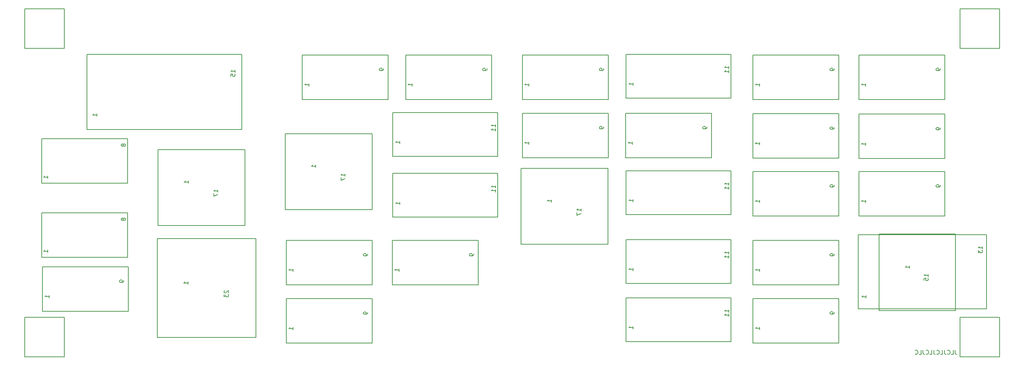
<source format=gbr>
%TF.GenerationSoftware,KiCad,Pcbnew,8.0.6*%
%TF.CreationDate,2025-01-18T12:45:16+00:00*%
%TF.ProjectId,v2b,7632622e-6b69-4636-9164-5f7063625858,rev?*%
%TF.SameCoordinates,Original*%
%TF.FileFunction,Legend,Bot*%
%TF.FilePolarity,Positive*%
%FSLAX46Y46*%
G04 Gerber Fmt 4.6, Leading zero omitted, Abs format (unit mm)*
G04 Created by KiCad (PCBNEW 8.0.6) date 2025-01-18 12:45:16*
%MOMM*%
%LPD*%
G01*
G04 APERTURE LIST*
G04 Aperture macros list*
%AMRoundRect*
0 Rectangle with rounded corners*
0 $1 Rounding radius*
0 $2 $3 $4 $5 $6 $7 $8 $9 X,Y pos of 4 corners*
0 Add a 4 corners polygon primitive as box body*
4,1,4,$2,$3,$4,$5,$6,$7,$8,$9,$2,$3,0*
0 Add four circle primitives for the rounded corners*
1,1,$1+$1,$2,$3*
1,1,$1+$1,$4,$5*
1,1,$1+$1,$6,$7*
1,1,$1+$1,$8,$9*
0 Add four rect primitives between the rounded corners*
20,1,$1+$1,$2,$3,$4,$5,0*
20,1,$1+$1,$4,$5,$6,$7,0*
20,1,$1+$1,$6,$7,$8,$9,0*
20,1,$1+$1,$8,$9,$2,$3,0*%
G04 Aperture macros list end*
%ADD10C,0.150000*%
%ADD11C,1.600000*%
%ADD12R,1.600000X1.600000*%
%ADD13O,1.600000X1.600000*%
%ADD14R,1.422400X1.422400*%
%ADD15C,1.422400*%
%ADD16R,1.600000X2.400000*%
%ADD17O,1.600000X2.400000*%
%ADD18R,3.500000X3.500000*%
%ADD19RoundRect,0.750000X-1.000000X0.750000X-1.000000X-0.750000X1.000000X-0.750000X1.000000X0.750000X0*%
%ADD20RoundRect,0.875000X-0.875000X0.875000X-0.875000X-0.875000X0.875000X-0.875000X0.875000X0.875000X0*%
%ADD21C,4.000000*%
%ADD22C,1.400000*%
%ADD23R,1.200000X1.200000*%
%ADD24C,1.200000*%
%ADD25R,1.500000X1.500000*%
%ADD26O,1.500000X1.500000*%
%ADD27C,5.500000*%
%ADD28C,2.100000*%
%ADD29C,1.750000*%
%ADD30R,1.700000X1.700000*%
%ADD31O,1.700000X1.700000*%
%ADD32O,2.000000X1.000000*%
%ADD33O,2.700000X2.000000*%
%ADD34C,1.998980*%
%ADD35C,2.200000*%
%ADD36R,1.800000X1.800000*%
%ADD37C,1.800000*%
%ADD38C,1.700000*%
%ADD39O,2.700000X1.500000*%
%ADD40C,1.500000*%
G04 APERTURE END LIST*
D10*
X40250000Y-130250000D02*
X49750000Y-130250000D01*
X49750000Y-139750000D01*
X40250000Y-139750000D01*
X40250000Y-130250000D01*
X40250000Y-56250000D02*
X49750000Y-56250000D01*
X49750000Y-65750000D01*
X40250000Y-65750000D01*
X40250000Y-56250000D01*
X264250000Y-130250000D02*
X273750000Y-130250000D01*
X273750000Y-139750000D01*
X264250000Y-139750000D01*
X264250000Y-130250000D01*
X264250000Y-56250000D02*
X273750000Y-56250000D01*
X273750000Y-65750000D01*
X264250000Y-65750000D01*
X264250000Y-56250000D01*
X263127506Y-138119819D02*
X263127506Y-138834104D01*
X263127506Y-138834104D02*
X263175125Y-138976961D01*
X263175125Y-138976961D02*
X263270363Y-139072200D01*
X263270363Y-139072200D02*
X263413220Y-139119819D01*
X263413220Y-139119819D02*
X263508458Y-139119819D01*
X262175125Y-139119819D02*
X262651315Y-139119819D01*
X262651315Y-139119819D02*
X262651315Y-138119819D01*
X261270363Y-139024580D02*
X261317982Y-139072200D01*
X261317982Y-139072200D02*
X261460839Y-139119819D01*
X261460839Y-139119819D02*
X261556077Y-139119819D01*
X261556077Y-139119819D02*
X261698934Y-139072200D01*
X261698934Y-139072200D02*
X261794172Y-138976961D01*
X261794172Y-138976961D02*
X261841791Y-138881723D01*
X261841791Y-138881723D02*
X261889410Y-138691247D01*
X261889410Y-138691247D02*
X261889410Y-138548390D01*
X261889410Y-138548390D02*
X261841791Y-138357914D01*
X261841791Y-138357914D02*
X261794172Y-138262676D01*
X261794172Y-138262676D02*
X261698934Y-138167438D01*
X261698934Y-138167438D02*
X261556077Y-138119819D01*
X261556077Y-138119819D02*
X261460839Y-138119819D01*
X261460839Y-138119819D02*
X261317982Y-138167438D01*
X261317982Y-138167438D02*
X261270363Y-138215057D01*
X260556077Y-138119819D02*
X260556077Y-138834104D01*
X260556077Y-138834104D02*
X260603696Y-138976961D01*
X260603696Y-138976961D02*
X260698934Y-139072200D01*
X260698934Y-139072200D02*
X260841791Y-139119819D01*
X260841791Y-139119819D02*
X260937029Y-139119819D01*
X259603696Y-139119819D02*
X260079886Y-139119819D01*
X260079886Y-139119819D02*
X260079886Y-138119819D01*
X258698934Y-139024580D02*
X258746553Y-139072200D01*
X258746553Y-139072200D02*
X258889410Y-139119819D01*
X258889410Y-139119819D02*
X258984648Y-139119819D01*
X258984648Y-139119819D02*
X259127505Y-139072200D01*
X259127505Y-139072200D02*
X259222743Y-138976961D01*
X259222743Y-138976961D02*
X259270362Y-138881723D01*
X259270362Y-138881723D02*
X259317981Y-138691247D01*
X259317981Y-138691247D02*
X259317981Y-138548390D01*
X259317981Y-138548390D02*
X259270362Y-138357914D01*
X259270362Y-138357914D02*
X259222743Y-138262676D01*
X259222743Y-138262676D02*
X259127505Y-138167438D01*
X259127505Y-138167438D02*
X258984648Y-138119819D01*
X258984648Y-138119819D02*
X258889410Y-138119819D01*
X258889410Y-138119819D02*
X258746553Y-138167438D01*
X258746553Y-138167438D02*
X258698934Y-138215057D01*
X257984648Y-138119819D02*
X257984648Y-138834104D01*
X257984648Y-138834104D02*
X258032267Y-138976961D01*
X258032267Y-138976961D02*
X258127505Y-139072200D01*
X258127505Y-139072200D02*
X258270362Y-139119819D01*
X258270362Y-139119819D02*
X258365600Y-139119819D01*
X257032267Y-139119819D02*
X257508457Y-139119819D01*
X257508457Y-139119819D02*
X257508457Y-138119819D01*
X256127505Y-139024580D02*
X256175124Y-139072200D01*
X256175124Y-139072200D02*
X256317981Y-139119819D01*
X256317981Y-139119819D02*
X256413219Y-139119819D01*
X256413219Y-139119819D02*
X256556076Y-139072200D01*
X256556076Y-139072200D02*
X256651314Y-138976961D01*
X256651314Y-138976961D02*
X256698933Y-138881723D01*
X256698933Y-138881723D02*
X256746552Y-138691247D01*
X256746552Y-138691247D02*
X256746552Y-138548390D01*
X256746552Y-138548390D02*
X256698933Y-138357914D01*
X256698933Y-138357914D02*
X256651314Y-138262676D01*
X256651314Y-138262676D02*
X256556076Y-138167438D01*
X256556076Y-138167438D02*
X256413219Y-138119819D01*
X256413219Y-138119819D02*
X256317981Y-138119819D01*
X256317981Y-138119819D02*
X256175124Y-138167438D01*
X256175124Y-138167438D02*
X256127505Y-138215057D01*
X255413219Y-138119819D02*
X255413219Y-138834104D01*
X255413219Y-138834104D02*
X255460838Y-138976961D01*
X255460838Y-138976961D02*
X255556076Y-139072200D01*
X255556076Y-139072200D02*
X255698933Y-139119819D01*
X255698933Y-139119819D02*
X255794171Y-139119819D01*
X254460838Y-139119819D02*
X254937028Y-139119819D01*
X254937028Y-139119819D02*
X254937028Y-138119819D01*
X253556076Y-139024580D02*
X253603695Y-139072200D01*
X253603695Y-139072200D02*
X253746552Y-139119819D01*
X253746552Y-139119819D02*
X253841790Y-139119819D01*
X253841790Y-139119819D02*
X253984647Y-139072200D01*
X253984647Y-139072200D02*
X254079885Y-138976961D01*
X254079885Y-138976961D02*
X254127504Y-138881723D01*
X254127504Y-138881723D02*
X254175123Y-138691247D01*
X254175123Y-138691247D02*
X254175123Y-138548390D01*
X254175123Y-138548390D02*
X254127504Y-138357914D01*
X254127504Y-138357914D02*
X254079885Y-138262676D01*
X254079885Y-138262676D02*
X253984647Y-138167438D01*
X253984647Y-138167438D02*
X253841790Y-138119819D01*
X253841790Y-138119819D02*
X253746552Y-138119819D01*
X253746552Y-138119819D02*
X253603695Y-138167438D01*
X253603695Y-138167438D02*
X253556076Y-138215057D01*
X241754819Y-125595714D02*
X241754819Y-125024286D01*
X241754819Y-125310000D02*
X240754819Y-125310000D01*
X240754819Y-125310000D02*
X240897676Y-125214762D01*
X240897676Y-125214762D02*
X240992914Y-125119524D01*
X240992914Y-125119524D02*
X241040533Y-125024286D01*
X269654819Y-113819523D02*
X269654819Y-113248095D01*
X269654819Y-113533809D02*
X268654819Y-113533809D01*
X268654819Y-113533809D02*
X268797676Y-113438571D01*
X268797676Y-113438571D02*
X268892914Y-113343333D01*
X268892914Y-113343333D02*
X268940533Y-113248095D01*
X268654819Y-114152857D02*
X268654819Y-114771904D01*
X268654819Y-114771904D02*
X269035771Y-114438571D01*
X269035771Y-114438571D02*
X269035771Y-114581428D01*
X269035771Y-114581428D02*
X269083390Y-114676666D01*
X269083390Y-114676666D02*
X269131009Y-114724285D01*
X269131009Y-114724285D02*
X269226247Y-114771904D01*
X269226247Y-114771904D02*
X269464342Y-114771904D01*
X269464342Y-114771904D02*
X269559580Y-114724285D01*
X269559580Y-114724285D02*
X269607200Y-114676666D01*
X269607200Y-114676666D02*
X269654819Y-114581428D01*
X269654819Y-114581428D02*
X269654819Y-114295714D01*
X269654819Y-114295714D02*
X269607200Y-114200476D01*
X269607200Y-114200476D02*
X269559580Y-114152857D01*
X109904819Y-94265714D02*
X109904819Y-93694286D01*
X109904819Y-93980000D02*
X108904819Y-93980000D01*
X108904819Y-93980000D02*
X109047676Y-93884762D01*
X109047676Y-93884762D02*
X109142914Y-93789524D01*
X109142914Y-93789524D02*
X109190533Y-93694286D01*
X117004819Y-96389523D02*
X117004819Y-95818095D01*
X117004819Y-96103809D02*
X116004819Y-96103809D01*
X116004819Y-96103809D02*
X116147676Y-96008571D01*
X116147676Y-96008571D02*
X116242914Y-95913333D01*
X116242914Y-95913333D02*
X116290533Y-95818095D01*
X116004819Y-96722857D02*
X116004819Y-97389523D01*
X116004819Y-97389523D02*
X117004819Y-96960952D01*
X241669819Y-74760588D02*
X241669819Y-74189160D01*
X241669819Y-74474874D02*
X240669819Y-74474874D01*
X240669819Y-74474874D02*
X240812676Y-74379636D01*
X240812676Y-74379636D02*
X240907914Y-74284398D01*
X240907914Y-74284398D02*
X240955533Y-74189160D01*
X259569819Y-70584398D02*
X259569819Y-70774874D01*
X259569819Y-70774874D02*
X259522200Y-70870112D01*
X259522200Y-70870112D02*
X259474580Y-70917731D01*
X259474580Y-70917731D02*
X259331723Y-71012969D01*
X259331723Y-71012969D02*
X259141247Y-71060588D01*
X259141247Y-71060588D02*
X258760295Y-71060588D01*
X258760295Y-71060588D02*
X258665057Y-71012969D01*
X258665057Y-71012969D02*
X258617438Y-70965350D01*
X258617438Y-70965350D02*
X258569819Y-70870112D01*
X258569819Y-70870112D02*
X258569819Y-70679636D01*
X258569819Y-70679636D02*
X258617438Y-70584398D01*
X258617438Y-70584398D02*
X258665057Y-70536779D01*
X258665057Y-70536779D02*
X258760295Y-70489160D01*
X258760295Y-70489160D02*
X258998390Y-70489160D01*
X258998390Y-70489160D02*
X259093628Y-70536779D01*
X259093628Y-70536779D02*
X259141247Y-70584398D01*
X259141247Y-70584398D02*
X259188866Y-70679636D01*
X259188866Y-70679636D02*
X259188866Y-70870112D01*
X259188866Y-70870112D02*
X259141247Y-70965350D01*
X259141247Y-70965350D02*
X259093628Y-71012969D01*
X259093628Y-71012969D02*
X258998390Y-71060588D01*
X259569819Y-84791398D02*
X259569819Y-84981874D01*
X259569819Y-84981874D02*
X259522200Y-85077112D01*
X259522200Y-85077112D02*
X259474580Y-85124731D01*
X259474580Y-85124731D02*
X259331723Y-85219969D01*
X259331723Y-85219969D02*
X259141247Y-85267588D01*
X259141247Y-85267588D02*
X258760295Y-85267588D01*
X258760295Y-85267588D02*
X258665057Y-85219969D01*
X258665057Y-85219969D02*
X258617438Y-85172350D01*
X258617438Y-85172350D02*
X258569819Y-85077112D01*
X258569819Y-85077112D02*
X258569819Y-84886636D01*
X258569819Y-84886636D02*
X258617438Y-84791398D01*
X258617438Y-84791398D02*
X258665057Y-84743779D01*
X258665057Y-84743779D02*
X258760295Y-84696160D01*
X258760295Y-84696160D02*
X258998390Y-84696160D01*
X258998390Y-84696160D02*
X259093628Y-84743779D01*
X259093628Y-84743779D02*
X259141247Y-84791398D01*
X259141247Y-84791398D02*
X259188866Y-84886636D01*
X259188866Y-84886636D02*
X259188866Y-85077112D01*
X259188866Y-85077112D02*
X259141247Y-85172350D01*
X259141247Y-85172350D02*
X259093628Y-85219969D01*
X259093628Y-85219969D02*
X258998390Y-85267588D01*
X241669819Y-88967588D02*
X241669819Y-88396160D01*
X241669819Y-88681874D02*
X240669819Y-88681874D01*
X240669819Y-88681874D02*
X240812676Y-88586636D01*
X240812676Y-88586636D02*
X240907914Y-88491398D01*
X240907914Y-88491398D02*
X240955533Y-88396160D01*
X104509819Y-133200588D02*
X104509819Y-132629160D01*
X104509819Y-132914874D02*
X103509819Y-132914874D01*
X103509819Y-132914874D02*
X103652676Y-132819636D01*
X103652676Y-132819636D02*
X103747914Y-132724398D01*
X103747914Y-132724398D02*
X103795533Y-132629160D01*
X122409819Y-129024398D02*
X122409819Y-129214874D01*
X122409819Y-129214874D02*
X122362200Y-129310112D01*
X122362200Y-129310112D02*
X122314580Y-129357731D01*
X122314580Y-129357731D02*
X122171723Y-129452969D01*
X122171723Y-129452969D02*
X121981247Y-129500588D01*
X121981247Y-129500588D02*
X121600295Y-129500588D01*
X121600295Y-129500588D02*
X121505057Y-129452969D01*
X121505057Y-129452969D02*
X121457438Y-129405350D01*
X121457438Y-129405350D02*
X121409819Y-129310112D01*
X121409819Y-129310112D02*
X121409819Y-129119636D01*
X121409819Y-129119636D02*
X121457438Y-129024398D01*
X121457438Y-129024398D02*
X121505057Y-128976779D01*
X121505057Y-128976779D02*
X121600295Y-128929160D01*
X121600295Y-128929160D02*
X121838390Y-128929160D01*
X121838390Y-128929160D02*
X121933628Y-128976779D01*
X121933628Y-128976779D02*
X121981247Y-129024398D01*
X121981247Y-129024398D02*
X122028866Y-129119636D01*
X122028866Y-129119636D02*
X122028866Y-129310112D01*
X122028866Y-129310112D02*
X121981247Y-129405350D01*
X121981247Y-129405350D02*
X121933628Y-129452969D01*
X121933628Y-129452969D02*
X121838390Y-129500588D01*
X216269819Y-133180588D02*
X216269819Y-132609160D01*
X216269819Y-132894874D02*
X215269819Y-132894874D01*
X215269819Y-132894874D02*
X215412676Y-132799636D01*
X215412676Y-132799636D02*
X215507914Y-132704398D01*
X215507914Y-132704398D02*
X215555533Y-132609160D01*
X234169819Y-129004398D02*
X234169819Y-129194874D01*
X234169819Y-129194874D02*
X234122200Y-129290112D01*
X234122200Y-129290112D02*
X234074580Y-129337731D01*
X234074580Y-129337731D02*
X233931723Y-129432969D01*
X233931723Y-129432969D02*
X233741247Y-129480588D01*
X233741247Y-129480588D02*
X233360295Y-129480588D01*
X233360295Y-129480588D02*
X233265057Y-129432969D01*
X233265057Y-129432969D02*
X233217438Y-129385350D01*
X233217438Y-129385350D02*
X233169819Y-129290112D01*
X233169819Y-129290112D02*
X233169819Y-129099636D01*
X233169819Y-129099636D02*
X233217438Y-129004398D01*
X233217438Y-129004398D02*
X233265057Y-128956779D01*
X233265057Y-128956779D02*
X233360295Y-128909160D01*
X233360295Y-128909160D02*
X233598390Y-128909160D01*
X233598390Y-128909160D02*
X233693628Y-128956779D01*
X233693628Y-128956779D02*
X233741247Y-129004398D01*
X233741247Y-129004398D02*
X233788866Y-129099636D01*
X233788866Y-129099636D02*
X233788866Y-129290112D01*
X233788866Y-129290112D02*
X233741247Y-129385350D01*
X233741247Y-129385350D02*
X233693628Y-129432969D01*
X233693628Y-129432969D02*
X233598390Y-129480588D01*
X161024819Y-74760588D02*
X161024819Y-74189160D01*
X161024819Y-74474874D02*
X160024819Y-74474874D01*
X160024819Y-74474874D02*
X160167676Y-74379636D01*
X160167676Y-74379636D02*
X160262914Y-74284398D01*
X160262914Y-74284398D02*
X160310533Y-74189160D01*
X178924819Y-70584398D02*
X178924819Y-70774874D01*
X178924819Y-70774874D02*
X178877200Y-70870112D01*
X178877200Y-70870112D02*
X178829580Y-70917731D01*
X178829580Y-70917731D02*
X178686723Y-71012969D01*
X178686723Y-71012969D02*
X178496247Y-71060588D01*
X178496247Y-71060588D02*
X178115295Y-71060588D01*
X178115295Y-71060588D02*
X178020057Y-71012969D01*
X178020057Y-71012969D02*
X177972438Y-70965350D01*
X177972438Y-70965350D02*
X177924819Y-70870112D01*
X177924819Y-70870112D02*
X177924819Y-70679636D01*
X177924819Y-70679636D02*
X177972438Y-70584398D01*
X177972438Y-70584398D02*
X178020057Y-70536779D01*
X178020057Y-70536779D02*
X178115295Y-70489160D01*
X178115295Y-70489160D02*
X178353390Y-70489160D01*
X178353390Y-70489160D02*
X178448628Y-70536779D01*
X178448628Y-70536779D02*
X178496247Y-70584398D01*
X178496247Y-70584398D02*
X178543866Y-70679636D01*
X178543866Y-70679636D02*
X178543866Y-70870112D01*
X178543866Y-70870112D02*
X178496247Y-70965350D01*
X178496247Y-70965350D02*
X178448628Y-71012969D01*
X178448628Y-71012969D02*
X178353390Y-71060588D01*
X63813390Y-88824636D02*
X63765771Y-88729398D01*
X63765771Y-88729398D02*
X63718152Y-88681779D01*
X63718152Y-88681779D02*
X63622914Y-88634160D01*
X63622914Y-88634160D02*
X63575295Y-88634160D01*
X63575295Y-88634160D02*
X63480057Y-88681779D01*
X63480057Y-88681779D02*
X63432438Y-88729398D01*
X63432438Y-88729398D02*
X63384819Y-88824636D01*
X63384819Y-88824636D02*
X63384819Y-89015112D01*
X63384819Y-89015112D02*
X63432438Y-89110350D01*
X63432438Y-89110350D02*
X63480057Y-89157969D01*
X63480057Y-89157969D02*
X63575295Y-89205588D01*
X63575295Y-89205588D02*
X63622914Y-89205588D01*
X63622914Y-89205588D02*
X63718152Y-89157969D01*
X63718152Y-89157969D02*
X63765771Y-89110350D01*
X63765771Y-89110350D02*
X63813390Y-89015112D01*
X63813390Y-89015112D02*
X63813390Y-88824636D01*
X63813390Y-88824636D02*
X63861009Y-88729398D01*
X63861009Y-88729398D02*
X63908628Y-88681779D01*
X63908628Y-88681779D02*
X64003866Y-88634160D01*
X64003866Y-88634160D02*
X64194342Y-88634160D01*
X64194342Y-88634160D02*
X64289580Y-88681779D01*
X64289580Y-88681779D02*
X64337200Y-88729398D01*
X64337200Y-88729398D02*
X64384819Y-88824636D01*
X64384819Y-88824636D02*
X64384819Y-89015112D01*
X64384819Y-89015112D02*
X64337200Y-89110350D01*
X64337200Y-89110350D02*
X64289580Y-89157969D01*
X64289580Y-89157969D02*
X64194342Y-89205588D01*
X64194342Y-89205588D02*
X64003866Y-89205588D01*
X64003866Y-89205588D02*
X63908628Y-89157969D01*
X63908628Y-89157969D02*
X63861009Y-89110350D01*
X63861009Y-89110350D02*
X63813390Y-89015112D01*
X45784819Y-96880588D02*
X45784819Y-96309160D01*
X45784819Y-96594874D02*
X44784819Y-96594874D01*
X44784819Y-96594874D02*
X44927676Y-96499636D01*
X44927676Y-96499636D02*
X45022914Y-96404398D01*
X45022914Y-96404398D02*
X45070533Y-96309160D01*
X185974819Y-74585714D02*
X185974819Y-74014286D01*
X185974819Y-74300000D02*
X184974819Y-74300000D01*
X184974819Y-74300000D02*
X185117676Y-74204762D01*
X185117676Y-74204762D02*
X185212914Y-74109524D01*
X185212914Y-74109524D02*
X185260533Y-74014286D01*
X208874819Y-70609523D02*
X208874819Y-70038095D01*
X208874819Y-70323809D02*
X207874819Y-70323809D01*
X207874819Y-70323809D02*
X208017676Y-70228571D01*
X208017676Y-70228571D02*
X208112914Y-70133333D01*
X208112914Y-70133333D02*
X208160533Y-70038095D01*
X208874819Y-71561904D02*
X208874819Y-70990476D01*
X208874819Y-71276190D02*
X207874819Y-71276190D01*
X207874819Y-71276190D02*
X208017676Y-71180952D01*
X208017676Y-71180952D02*
X208112914Y-71085714D01*
X208112914Y-71085714D02*
X208160533Y-70990476D01*
X241669819Y-102700588D02*
X241669819Y-102129160D01*
X241669819Y-102414874D02*
X240669819Y-102414874D01*
X240669819Y-102414874D02*
X240812676Y-102319636D01*
X240812676Y-102319636D02*
X240907914Y-102224398D01*
X240907914Y-102224398D02*
X240955533Y-102129160D01*
X259569819Y-98524398D02*
X259569819Y-98714874D01*
X259569819Y-98714874D02*
X259522200Y-98810112D01*
X259522200Y-98810112D02*
X259474580Y-98857731D01*
X259474580Y-98857731D02*
X259331723Y-98952969D01*
X259331723Y-98952969D02*
X259141247Y-99000588D01*
X259141247Y-99000588D02*
X258760295Y-99000588D01*
X258760295Y-99000588D02*
X258665057Y-98952969D01*
X258665057Y-98952969D02*
X258617438Y-98905350D01*
X258617438Y-98905350D02*
X258569819Y-98810112D01*
X258569819Y-98810112D02*
X258569819Y-98619636D01*
X258569819Y-98619636D02*
X258617438Y-98524398D01*
X258617438Y-98524398D02*
X258665057Y-98476779D01*
X258665057Y-98476779D02*
X258760295Y-98429160D01*
X258760295Y-98429160D02*
X258998390Y-98429160D01*
X258998390Y-98429160D02*
X259093628Y-98476779D01*
X259093628Y-98476779D02*
X259141247Y-98524398D01*
X259141247Y-98524398D02*
X259188866Y-98619636D01*
X259188866Y-98619636D02*
X259188866Y-98810112D01*
X259188866Y-98810112D02*
X259141247Y-98905350D01*
X259141247Y-98905350D02*
X259093628Y-98952969D01*
X259093628Y-98952969D02*
X258998390Y-99000588D01*
X152994819Y-99184523D02*
X152994819Y-98613095D01*
X152994819Y-98898809D02*
X151994819Y-98898809D01*
X151994819Y-98898809D02*
X152137676Y-98803571D01*
X152137676Y-98803571D02*
X152232914Y-98708333D01*
X152232914Y-98708333D02*
X152280533Y-98613095D01*
X152994819Y-100136904D02*
X152994819Y-99565476D01*
X152994819Y-99851190D02*
X151994819Y-99851190D01*
X151994819Y-99851190D02*
X152137676Y-99755952D01*
X152137676Y-99755952D02*
X152232914Y-99660714D01*
X152232914Y-99660714D02*
X152280533Y-99565476D01*
X130094819Y-103160714D02*
X130094819Y-102589286D01*
X130094819Y-102875000D02*
X129094819Y-102875000D01*
X129094819Y-102875000D02*
X129237676Y-102779762D01*
X129237676Y-102779762D02*
X129332914Y-102684524D01*
X129332914Y-102684524D02*
X129380533Y-102589286D01*
X216269819Y-88830588D02*
X216269819Y-88259160D01*
X216269819Y-88544874D02*
X215269819Y-88544874D01*
X215269819Y-88544874D02*
X215412676Y-88449636D01*
X215412676Y-88449636D02*
X215507914Y-88354398D01*
X215507914Y-88354398D02*
X215555533Y-88259160D01*
X234169819Y-84654398D02*
X234169819Y-84844874D01*
X234169819Y-84844874D02*
X234122200Y-84940112D01*
X234122200Y-84940112D02*
X234074580Y-84987731D01*
X234074580Y-84987731D02*
X233931723Y-85082969D01*
X233931723Y-85082969D02*
X233741247Y-85130588D01*
X233741247Y-85130588D02*
X233360295Y-85130588D01*
X233360295Y-85130588D02*
X233265057Y-85082969D01*
X233265057Y-85082969D02*
X233217438Y-85035350D01*
X233217438Y-85035350D02*
X233169819Y-84940112D01*
X233169819Y-84940112D02*
X233169819Y-84749636D01*
X233169819Y-84749636D02*
X233217438Y-84654398D01*
X233217438Y-84654398D02*
X233265057Y-84606779D01*
X233265057Y-84606779D02*
X233360295Y-84559160D01*
X233360295Y-84559160D02*
X233598390Y-84559160D01*
X233598390Y-84559160D02*
X233693628Y-84606779D01*
X233693628Y-84606779D02*
X233741247Y-84654398D01*
X233741247Y-84654398D02*
X233788866Y-84749636D01*
X233788866Y-84749636D02*
X233788866Y-84940112D01*
X233788866Y-84940112D02*
X233741247Y-85035350D01*
X233741247Y-85035350D02*
X233693628Y-85082969D01*
X233693628Y-85082969D02*
X233598390Y-85130588D01*
X185789819Y-88730588D02*
X185789819Y-88159160D01*
X185789819Y-88444874D02*
X184789819Y-88444874D01*
X184789819Y-88444874D02*
X184932676Y-88349636D01*
X184932676Y-88349636D02*
X185027914Y-88254398D01*
X185027914Y-88254398D02*
X185075533Y-88159160D01*
X203689819Y-84554398D02*
X203689819Y-84744874D01*
X203689819Y-84744874D02*
X203642200Y-84840112D01*
X203642200Y-84840112D02*
X203594580Y-84887731D01*
X203594580Y-84887731D02*
X203451723Y-84982969D01*
X203451723Y-84982969D02*
X203261247Y-85030588D01*
X203261247Y-85030588D02*
X202880295Y-85030588D01*
X202880295Y-85030588D02*
X202785057Y-84982969D01*
X202785057Y-84982969D02*
X202737438Y-84935350D01*
X202737438Y-84935350D02*
X202689819Y-84840112D01*
X202689819Y-84840112D02*
X202689819Y-84649636D01*
X202689819Y-84649636D02*
X202737438Y-84554398D01*
X202737438Y-84554398D02*
X202785057Y-84506779D01*
X202785057Y-84506779D02*
X202880295Y-84459160D01*
X202880295Y-84459160D02*
X203118390Y-84459160D01*
X203118390Y-84459160D02*
X203213628Y-84506779D01*
X203213628Y-84506779D02*
X203261247Y-84554398D01*
X203261247Y-84554398D02*
X203308866Y-84649636D01*
X203308866Y-84649636D02*
X203308866Y-84840112D01*
X203308866Y-84840112D02*
X203261247Y-84935350D01*
X203261247Y-84935350D02*
X203213628Y-84982969D01*
X203213628Y-84982969D02*
X203118390Y-85030588D01*
X252159819Y-118470588D02*
X252159819Y-117899160D01*
X252159819Y-118184874D02*
X251159819Y-118184874D01*
X251159819Y-118184874D02*
X251302676Y-118089636D01*
X251302676Y-118089636D02*
X251397914Y-117994398D01*
X251397914Y-117994398D02*
X251445533Y-117899160D01*
X256659819Y-120470588D02*
X256659819Y-119899160D01*
X256659819Y-120184874D02*
X255659819Y-120184874D01*
X255659819Y-120184874D02*
X255802676Y-120089636D01*
X255802676Y-120089636D02*
X255897914Y-119994398D01*
X255897914Y-119994398D02*
X255945533Y-119899160D01*
X255659819Y-121375350D02*
X255659819Y-120899160D01*
X255659819Y-120899160D02*
X256136009Y-120851541D01*
X256136009Y-120851541D02*
X256088390Y-120899160D01*
X256088390Y-120899160D02*
X256040771Y-120994398D01*
X256040771Y-120994398D02*
X256040771Y-121232493D01*
X256040771Y-121232493D02*
X256088390Y-121327731D01*
X256088390Y-121327731D02*
X256136009Y-121375350D01*
X256136009Y-121375350D02*
X256231247Y-121422969D01*
X256231247Y-121422969D02*
X256469342Y-121422969D01*
X256469342Y-121422969D02*
X256564580Y-121375350D01*
X256564580Y-121375350D02*
X256612200Y-121327731D01*
X256612200Y-121327731D02*
X256659819Y-121232493D01*
X256659819Y-121232493D02*
X256659819Y-120994398D01*
X256659819Y-120994398D02*
X256612200Y-120899160D01*
X256612200Y-120899160D02*
X256564580Y-120851541D01*
X216269819Y-102700588D02*
X216269819Y-102129160D01*
X216269819Y-102414874D02*
X215269819Y-102414874D01*
X215269819Y-102414874D02*
X215412676Y-102319636D01*
X215412676Y-102319636D02*
X215507914Y-102224398D01*
X215507914Y-102224398D02*
X215555533Y-102129160D01*
X234169819Y-98524398D02*
X234169819Y-98714874D01*
X234169819Y-98714874D02*
X234122200Y-98810112D01*
X234122200Y-98810112D02*
X234074580Y-98857731D01*
X234074580Y-98857731D02*
X233931723Y-98952969D01*
X233931723Y-98952969D02*
X233741247Y-99000588D01*
X233741247Y-99000588D02*
X233360295Y-99000588D01*
X233360295Y-99000588D02*
X233265057Y-98952969D01*
X233265057Y-98952969D02*
X233217438Y-98905350D01*
X233217438Y-98905350D02*
X233169819Y-98810112D01*
X233169819Y-98810112D02*
X233169819Y-98619636D01*
X233169819Y-98619636D02*
X233217438Y-98524398D01*
X233217438Y-98524398D02*
X233265057Y-98476779D01*
X233265057Y-98476779D02*
X233360295Y-98429160D01*
X233360295Y-98429160D02*
X233598390Y-98429160D01*
X233598390Y-98429160D02*
X233693628Y-98476779D01*
X233693628Y-98476779D02*
X233741247Y-98524398D01*
X233741247Y-98524398D02*
X233788866Y-98619636D01*
X233788866Y-98619636D02*
X233788866Y-98810112D01*
X233788866Y-98810112D02*
X233741247Y-98905350D01*
X233741247Y-98905350D02*
X233693628Y-98952969D01*
X233693628Y-98952969D02*
X233598390Y-99000588D01*
X57519819Y-81980588D02*
X57519819Y-81409160D01*
X57519819Y-81694874D02*
X56519819Y-81694874D01*
X56519819Y-81694874D02*
X56662676Y-81599636D01*
X56662676Y-81599636D02*
X56757914Y-81504398D01*
X56757914Y-81504398D02*
X56805533Y-81409160D01*
X90619819Y-71480588D02*
X90619819Y-70909160D01*
X90619819Y-71194874D02*
X89619819Y-71194874D01*
X89619819Y-71194874D02*
X89762676Y-71099636D01*
X89762676Y-71099636D02*
X89857914Y-71004398D01*
X89857914Y-71004398D02*
X89905533Y-70909160D01*
X89619819Y-72385350D02*
X89619819Y-71909160D01*
X89619819Y-71909160D02*
X90096009Y-71861541D01*
X90096009Y-71861541D02*
X90048390Y-71909160D01*
X90048390Y-71909160D02*
X90000771Y-72004398D01*
X90000771Y-72004398D02*
X90000771Y-72242493D01*
X90000771Y-72242493D02*
X90048390Y-72337731D01*
X90048390Y-72337731D02*
X90096009Y-72385350D01*
X90096009Y-72385350D02*
X90191247Y-72432969D01*
X90191247Y-72432969D02*
X90429342Y-72432969D01*
X90429342Y-72432969D02*
X90524580Y-72385350D01*
X90524580Y-72385350D02*
X90572200Y-72337731D01*
X90572200Y-72337731D02*
X90619819Y-72242493D01*
X90619819Y-72242493D02*
X90619819Y-72004398D01*
X90619819Y-72004398D02*
X90572200Y-71909160D01*
X90572200Y-71909160D02*
X90524580Y-71861541D01*
X126219819Y-70584398D02*
X126219819Y-70774874D01*
X126219819Y-70774874D02*
X126172200Y-70870112D01*
X126172200Y-70870112D02*
X126124580Y-70917731D01*
X126124580Y-70917731D02*
X125981723Y-71012969D01*
X125981723Y-71012969D02*
X125791247Y-71060588D01*
X125791247Y-71060588D02*
X125410295Y-71060588D01*
X125410295Y-71060588D02*
X125315057Y-71012969D01*
X125315057Y-71012969D02*
X125267438Y-70965350D01*
X125267438Y-70965350D02*
X125219819Y-70870112D01*
X125219819Y-70870112D02*
X125219819Y-70679636D01*
X125219819Y-70679636D02*
X125267438Y-70584398D01*
X125267438Y-70584398D02*
X125315057Y-70536779D01*
X125315057Y-70536779D02*
X125410295Y-70489160D01*
X125410295Y-70489160D02*
X125648390Y-70489160D01*
X125648390Y-70489160D02*
X125743628Y-70536779D01*
X125743628Y-70536779D02*
X125791247Y-70584398D01*
X125791247Y-70584398D02*
X125838866Y-70679636D01*
X125838866Y-70679636D02*
X125838866Y-70870112D01*
X125838866Y-70870112D02*
X125791247Y-70965350D01*
X125791247Y-70965350D02*
X125743628Y-71012969D01*
X125743628Y-71012969D02*
X125648390Y-71060588D01*
X108319819Y-74760588D02*
X108319819Y-74189160D01*
X108319819Y-74474874D02*
X107319819Y-74474874D01*
X107319819Y-74474874D02*
X107462676Y-74379636D01*
X107462676Y-74379636D02*
X107557914Y-74284398D01*
X107557914Y-74284398D02*
X107605533Y-74189160D01*
X166419819Y-102620714D02*
X166419819Y-102049286D01*
X166419819Y-102335000D02*
X165419819Y-102335000D01*
X165419819Y-102335000D02*
X165562676Y-102239762D01*
X165562676Y-102239762D02*
X165657914Y-102144524D01*
X165657914Y-102144524D02*
X165705533Y-102049286D01*
X173519819Y-104744523D02*
X173519819Y-104173095D01*
X173519819Y-104458809D02*
X172519819Y-104458809D01*
X172519819Y-104458809D02*
X172662676Y-104363571D01*
X172662676Y-104363571D02*
X172757914Y-104268333D01*
X172757914Y-104268333D02*
X172805533Y-104173095D01*
X172519819Y-105077857D02*
X172519819Y-105744523D01*
X172519819Y-105744523D02*
X173519819Y-105315952D01*
X216269819Y-119210588D02*
X216269819Y-118639160D01*
X216269819Y-118924874D02*
X215269819Y-118924874D01*
X215269819Y-118924874D02*
X215412676Y-118829636D01*
X215412676Y-118829636D02*
X215507914Y-118734398D01*
X215507914Y-118734398D02*
X215555533Y-118639160D01*
X234169819Y-115034398D02*
X234169819Y-115224874D01*
X234169819Y-115224874D02*
X234122200Y-115320112D01*
X234122200Y-115320112D02*
X234074580Y-115367731D01*
X234074580Y-115367731D02*
X233931723Y-115462969D01*
X233931723Y-115462969D02*
X233741247Y-115510588D01*
X233741247Y-115510588D02*
X233360295Y-115510588D01*
X233360295Y-115510588D02*
X233265057Y-115462969D01*
X233265057Y-115462969D02*
X233217438Y-115415350D01*
X233217438Y-115415350D02*
X233169819Y-115320112D01*
X233169819Y-115320112D02*
X233169819Y-115129636D01*
X233169819Y-115129636D02*
X233217438Y-115034398D01*
X233217438Y-115034398D02*
X233265057Y-114986779D01*
X233265057Y-114986779D02*
X233360295Y-114939160D01*
X233360295Y-114939160D02*
X233598390Y-114939160D01*
X233598390Y-114939160D02*
X233693628Y-114986779D01*
X233693628Y-114986779D02*
X233741247Y-115034398D01*
X233741247Y-115034398D02*
X233788866Y-115129636D01*
X233788866Y-115129636D02*
X233788866Y-115320112D01*
X233788866Y-115320112D02*
X233741247Y-115415350D01*
X233741247Y-115415350D02*
X233693628Y-115462969D01*
X233693628Y-115462969D02*
X233598390Y-115510588D01*
X63813390Y-106604636D02*
X63765771Y-106509398D01*
X63765771Y-106509398D02*
X63718152Y-106461779D01*
X63718152Y-106461779D02*
X63622914Y-106414160D01*
X63622914Y-106414160D02*
X63575295Y-106414160D01*
X63575295Y-106414160D02*
X63480057Y-106461779D01*
X63480057Y-106461779D02*
X63432438Y-106509398D01*
X63432438Y-106509398D02*
X63384819Y-106604636D01*
X63384819Y-106604636D02*
X63384819Y-106795112D01*
X63384819Y-106795112D02*
X63432438Y-106890350D01*
X63432438Y-106890350D02*
X63480057Y-106937969D01*
X63480057Y-106937969D02*
X63575295Y-106985588D01*
X63575295Y-106985588D02*
X63622914Y-106985588D01*
X63622914Y-106985588D02*
X63718152Y-106937969D01*
X63718152Y-106937969D02*
X63765771Y-106890350D01*
X63765771Y-106890350D02*
X63813390Y-106795112D01*
X63813390Y-106795112D02*
X63813390Y-106604636D01*
X63813390Y-106604636D02*
X63861009Y-106509398D01*
X63861009Y-106509398D02*
X63908628Y-106461779D01*
X63908628Y-106461779D02*
X64003866Y-106414160D01*
X64003866Y-106414160D02*
X64194342Y-106414160D01*
X64194342Y-106414160D02*
X64289580Y-106461779D01*
X64289580Y-106461779D02*
X64337200Y-106509398D01*
X64337200Y-106509398D02*
X64384819Y-106604636D01*
X64384819Y-106604636D02*
X64384819Y-106795112D01*
X64384819Y-106795112D02*
X64337200Y-106890350D01*
X64337200Y-106890350D02*
X64289580Y-106937969D01*
X64289580Y-106937969D02*
X64194342Y-106985588D01*
X64194342Y-106985588D02*
X64003866Y-106985588D01*
X64003866Y-106985588D02*
X63908628Y-106937969D01*
X63908628Y-106937969D02*
X63861009Y-106890350D01*
X63861009Y-106890350D02*
X63813390Y-106795112D01*
X45784819Y-114660588D02*
X45784819Y-114089160D01*
X45784819Y-114374874D02*
X44784819Y-114374874D01*
X44784819Y-114374874D02*
X44927676Y-114279636D01*
X44927676Y-114279636D02*
X45022914Y-114184398D01*
X45022914Y-114184398D02*
X45070533Y-114089160D01*
X79339819Y-122280588D02*
X79339819Y-121709160D01*
X79339819Y-121994874D02*
X78339819Y-121994874D01*
X78339819Y-121994874D02*
X78482676Y-121899636D01*
X78482676Y-121899636D02*
X78577914Y-121804398D01*
X78577914Y-121804398D02*
X78625533Y-121709160D01*
X88135057Y-123809160D02*
X88087438Y-123856779D01*
X88087438Y-123856779D02*
X88039819Y-123952017D01*
X88039819Y-123952017D02*
X88039819Y-124190112D01*
X88039819Y-124190112D02*
X88087438Y-124285350D01*
X88087438Y-124285350D02*
X88135057Y-124332969D01*
X88135057Y-124332969D02*
X88230295Y-124380588D01*
X88230295Y-124380588D02*
X88325533Y-124380588D01*
X88325533Y-124380588D02*
X88468390Y-124332969D01*
X88468390Y-124332969D02*
X89039819Y-123761541D01*
X89039819Y-123761541D02*
X89039819Y-124380588D01*
X88039819Y-124713922D02*
X88039819Y-125332969D01*
X88039819Y-125332969D02*
X88420771Y-124999636D01*
X88420771Y-124999636D02*
X88420771Y-125142493D01*
X88420771Y-125142493D02*
X88468390Y-125237731D01*
X88468390Y-125237731D02*
X88516009Y-125285350D01*
X88516009Y-125285350D02*
X88611247Y-125332969D01*
X88611247Y-125332969D02*
X88849342Y-125332969D01*
X88849342Y-125332969D02*
X88944580Y-125285350D01*
X88944580Y-125285350D02*
X88992200Y-125237731D01*
X88992200Y-125237731D02*
X89039819Y-125142493D01*
X89039819Y-125142493D02*
X89039819Y-124856779D01*
X89039819Y-124856779D02*
X88992200Y-124761541D01*
X88992200Y-124761541D02*
X88944580Y-124713922D01*
X208874819Y-129029523D02*
X208874819Y-128458095D01*
X208874819Y-128743809D02*
X207874819Y-128743809D01*
X207874819Y-128743809D02*
X208017676Y-128648571D01*
X208017676Y-128648571D02*
X208112914Y-128553333D01*
X208112914Y-128553333D02*
X208160533Y-128458095D01*
X208874819Y-129981904D02*
X208874819Y-129410476D01*
X208874819Y-129696190D02*
X207874819Y-129696190D01*
X207874819Y-129696190D02*
X208017676Y-129600952D01*
X208017676Y-129600952D02*
X208112914Y-129505714D01*
X208112914Y-129505714D02*
X208160533Y-129410476D01*
X185974819Y-133005714D02*
X185974819Y-132434286D01*
X185974819Y-132720000D02*
X184974819Y-132720000D01*
X184974819Y-132720000D02*
X185117676Y-132624762D01*
X185117676Y-132624762D02*
X185212914Y-132529524D01*
X185212914Y-132529524D02*
X185260533Y-132434286D01*
X79424819Y-98075714D02*
X79424819Y-97504286D01*
X79424819Y-97790000D02*
X78424819Y-97790000D01*
X78424819Y-97790000D02*
X78567676Y-97694762D01*
X78567676Y-97694762D02*
X78662914Y-97599524D01*
X78662914Y-97599524D02*
X78710533Y-97504286D01*
X86524819Y-100199523D02*
X86524819Y-99628095D01*
X86524819Y-99913809D02*
X85524819Y-99913809D01*
X85524819Y-99913809D02*
X85667676Y-99818571D01*
X85667676Y-99818571D02*
X85762914Y-99723333D01*
X85762914Y-99723333D02*
X85810533Y-99628095D01*
X85524819Y-100532857D02*
X85524819Y-101199523D01*
X85524819Y-101199523D02*
X86524819Y-100770952D01*
X129887819Y-119210588D02*
X129887819Y-118639160D01*
X129887819Y-118924874D02*
X128887819Y-118924874D01*
X128887819Y-118924874D02*
X129030676Y-118829636D01*
X129030676Y-118829636D02*
X129125914Y-118734398D01*
X129125914Y-118734398D02*
X129173533Y-118639160D01*
X147787819Y-115034398D02*
X147787819Y-115224874D01*
X147787819Y-115224874D02*
X147740200Y-115320112D01*
X147740200Y-115320112D02*
X147692580Y-115367731D01*
X147692580Y-115367731D02*
X147549723Y-115462969D01*
X147549723Y-115462969D02*
X147359247Y-115510588D01*
X147359247Y-115510588D02*
X146978295Y-115510588D01*
X146978295Y-115510588D02*
X146883057Y-115462969D01*
X146883057Y-115462969D02*
X146835438Y-115415350D01*
X146835438Y-115415350D02*
X146787819Y-115320112D01*
X146787819Y-115320112D02*
X146787819Y-115129636D01*
X146787819Y-115129636D02*
X146835438Y-115034398D01*
X146835438Y-115034398D02*
X146883057Y-114986779D01*
X146883057Y-114986779D02*
X146978295Y-114939160D01*
X146978295Y-114939160D02*
X147216390Y-114939160D01*
X147216390Y-114939160D02*
X147311628Y-114986779D01*
X147311628Y-114986779D02*
X147359247Y-115034398D01*
X147359247Y-115034398D02*
X147406866Y-115129636D01*
X147406866Y-115129636D02*
X147406866Y-115320112D01*
X147406866Y-115320112D02*
X147359247Y-115415350D01*
X147359247Y-115415350D02*
X147311628Y-115462969D01*
X147311628Y-115462969D02*
X147216390Y-115510588D01*
X122409819Y-115034398D02*
X122409819Y-115224874D01*
X122409819Y-115224874D02*
X122362200Y-115320112D01*
X122362200Y-115320112D02*
X122314580Y-115367731D01*
X122314580Y-115367731D02*
X122171723Y-115462969D01*
X122171723Y-115462969D02*
X121981247Y-115510588D01*
X121981247Y-115510588D02*
X121600295Y-115510588D01*
X121600295Y-115510588D02*
X121505057Y-115462969D01*
X121505057Y-115462969D02*
X121457438Y-115415350D01*
X121457438Y-115415350D02*
X121409819Y-115320112D01*
X121409819Y-115320112D02*
X121409819Y-115129636D01*
X121409819Y-115129636D02*
X121457438Y-115034398D01*
X121457438Y-115034398D02*
X121505057Y-114986779D01*
X121505057Y-114986779D02*
X121600295Y-114939160D01*
X121600295Y-114939160D02*
X121838390Y-114939160D01*
X121838390Y-114939160D02*
X121933628Y-114986779D01*
X121933628Y-114986779D02*
X121981247Y-115034398D01*
X121981247Y-115034398D02*
X122028866Y-115129636D01*
X122028866Y-115129636D02*
X122028866Y-115320112D01*
X122028866Y-115320112D02*
X121981247Y-115415350D01*
X121981247Y-115415350D02*
X121933628Y-115462969D01*
X121933628Y-115462969D02*
X121838390Y-115510588D01*
X104509819Y-119210588D02*
X104509819Y-118639160D01*
X104509819Y-118924874D02*
X103509819Y-118924874D01*
X103509819Y-118924874D02*
X103652676Y-118829636D01*
X103652676Y-118829636D02*
X103747914Y-118734398D01*
X103747914Y-118734398D02*
X103795533Y-118639160D01*
X216269819Y-74760588D02*
X216269819Y-74189160D01*
X216269819Y-74474874D02*
X215269819Y-74474874D01*
X215269819Y-74474874D02*
X215412676Y-74379636D01*
X215412676Y-74379636D02*
X215507914Y-74284398D01*
X215507914Y-74284398D02*
X215555533Y-74189160D01*
X234169819Y-70584398D02*
X234169819Y-70774874D01*
X234169819Y-70774874D02*
X234122200Y-70870112D01*
X234122200Y-70870112D02*
X234074580Y-70917731D01*
X234074580Y-70917731D02*
X233931723Y-71012969D01*
X233931723Y-71012969D02*
X233741247Y-71060588D01*
X233741247Y-71060588D02*
X233360295Y-71060588D01*
X233360295Y-71060588D02*
X233265057Y-71012969D01*
X233265057Y-71012969D02*
X233217438Y-70965350D01*
X233217438Y-70965350D02*
X233169819Y-70870112D01*
X233169819Y-70870112D02*
X233169819Y-70679636D01*
X233169819Y-70679636D02*
X233217438Y-70584398D01*
X233217438Y-70584398D02*
X233265057Y-70536779D01*
X233265057Y-70536779D02*
X233360295Y-70489160D01*
X233360295Y-70489160D02*
X233598390Y-70489160D01*
X233598390Y-70489160D02*
X233693628Y-70536779D01*
X233693628Y-70536779D02*
X233741247Y-70584398D01*
X233741247Y-70584398D02*
X233788866Y-70679636D01*
X233788866Y-70679636D02*
X233788866Y-70870112D01*
X233788866Y-70870112D02*
X233741247Y-70965350D01*
X233741247Y-70965350D02*
X233693628Y-71012969D01*
X233693628Y-71012969D02*
X233598390Y-71060588D01*
X185974819Y-102525714D02*
X185974819Y-101954286D01*
X185974819Y-102240000D02*
X184974819Y-102240000D01*
X184974819Y-102240000D02*
X185117676Y-102144762D01*
X185117676Y-102144762D02*
X185212914Y-102049524D01*
X185212914Y-102049524D02*
X185260533Y-101954286D01*
X208874819Y-98549523D02*
X208874819Y-97978095D01*
X208874819Y-98263809D02*
X207874819Y-98263809D01*
X207874819Y-98263809D02*
X208017676Y-98168571D01*
X208017676Y-98168571D02*
X208112914Y-98073333D01*
X208112914Y-98073333D02*
X208160533Y-97978095D01*
X208874819Y-99501904D02*
X208874819Y-98930476D01*
X208874819Y-99216190D02*
X207874819Y-99216190D01*
X207874819Y-99216190D02*
X208017676Y-99120952D01*
X208017676Y-99120952D02*
X208112914Y-99025714D01*
X208112914Y-99025714D02*
X208160533Y-98930476D01*
X63989819Y-121384398D02*
X63989819Y-121574874D01*
X63989819Y-121574874D02*
X63942200Y-121670112D01*
X63942200Y-121670112D02*
X63894580Y-121717731D01*
X63894580Y-121717731D02*
X63751723Y-121812969D01*
X63751723Y-121812969D02*
X63561247Y-121860588D01*
X63561247Y-121860588D02*
X63180295Y-121860588D01*
X63180295Y-121860588D02*
X63085057Y-121812969D01*
X63085057Y-121812969D02*
X63037438Y-121765350D01*
X63037438Y-121765350D02*
X62989819Y-121670112D01*
X62989819Y-121670112D02*
X62989819Y-121479636D01*
X62989819Y-121479636D02*
X63037438Y-121384398D01*
X63037438Y-121384398D02*
X63085057Y-121336779D01*
X63085057Y-121336779D02*
X63180295Y-121289160D01*
X63180295Y-121289160D02*
X63418390Y-121289160D01*
X63418390Y-121289160D02*
X63513628Y-121336779D01*
X63513628Y-121336779D02*
X63561247Y-121384398D01*
X63561247Y-121384398D02*
X63608866Y-121479636D01*
X63608866Y-121479636D02*
X63608866Y-121670112D01*
X63608866Y-121670112D02*
X63561247Y-121765350D01*
X63561247Y-121765350D02*
X63513628Y-121812969D01*
X63513628Y-121812969D02*
X63418390Y-121860588D01*
X46089819Y-125560588D02*
X46089819Y-124989160D01*
X46089819Y-125274874D02*
X45089819Y-125274874D01*
X45089819Y-125274874D02*
X45232676Y-125179636D01*
X45232676Y-125179636D02*
X45327914Y-125084398D01*
X45327914Y-125084398D02*
X45375533Y-124989160D01*
X208874819Y-115059523D02*
X208874819Y-114488095D01*
X208874819Y-114773809D02*
X207874819Y-114773809D01*
X207874819Y-114773809D02*
X208017676Y-114678571D01*
X208017676Y-114678571D02*
X208112914Y-114583333D01*
X208112914Y-114583333D02*
X208160533Y-114488095D01*
X208874819Y-116011904D02*
X208874819Y-115440476D01*
X208874819Y-115726190D02*
X207874819Y-115726190D01*
X207874819Y-115726190D02*
X208017676Y-115630952D01*
X208017676Y-115630952D02*
X208112914Y-115535714D01*
X208112914Y-115535714D02*
X208160533Y-115440476D01*
X185974819Y-119035714D02*
X185974819Y-118464286D01*
X185974819Y-118750000D02*
X184974819Y-118750000D01*
X184974819Y-118750000D02*
X185117676Y-118654762D01*
X185117676Y-118654762D02*
X185212914Y-118559524D01*
X185212914Y-118559524D02*
X185260533Y-118464286D01*
X178924819Y-84554398D02*
X178924819Y-84744874D01*
X178924819Y-84744874D02*
X178877200Y-84840112D01*
X178877200Y-84840112D02*
X178829580Y-84887731D01*
X178829580Y-84887731D02*
X178686723Y-84982969D01*
X178686723Y-84982969D02*
X178496247Y-85030588D01*
X178496247Y-85030588D02*
X178115295Y-85030588D01*
X178115295Y-85030588D02*
X178020057Y-84982969D01*
X178020057Y-84982969D02*
X177972438Y-84935350D01*
X177972438Y-84935350D02*
X177924819Y-84840112D01*
X177924819Y-84840112D02*
X177924819Y-84649636D01*
X177924819Y-84649636D02*
X177972438Y-84554398D01*
X177972438Y-84554398D02*
X178020057Y-84506779D01*
X178020057Y-84506779D02*
X178115295Y-84459160D01*
X178115295Y-84459160D02*
X178353390Y-84459160D01*
X178353390Y-84459160D02*
X178448628Y-84506779D01*
X178448628Y-84506779D02*
X178496247Y-84554398D01*
X178496247Y-84554398D02*
X178543866Y-84649636D01*
X178543866Y-84649636D02*
X178543866Y-84840112D01*
X178543866Y-84840112D02*
X178496247Y-84935350D01*
X178496247Y-84935350D02*
X178448628Y-84982969D01*
X178448628Y-84982969D02*
X178353390Y-85030588D01*
X161024819Y-88730588D02*
X161024819Y-88159160D01*
X161024819Y-88444874D02*
X160024819Y-88444874D01*
X160024819Y-88444874D02*
X160167676Y-88349636D01*
X160167676Y-88349636D02*
X160262914Y-88254398D01*
X160262914Y-88254398D02*
X160310533Y-88159160D01*
X150962819Y-70584398D02*
X150962819Y-70774874D01*
X150962819Y-70774874D02*
X150915200Y-70870112D01*
X150915200Y-70870112D02*
X150867580Y-70917731D01*
X150867580Y-70917731D02*
X150724723Y-71012969D01*
X150724723Y-71012969D02*
X150534247Y-71060588D01*
X150534247Y-71060588D02*
X150153295Y-71060588D01*
X150153295Y-71060588D02*
X150058057Y-71012969D01*
X150058057Y-71012969D02*
X150010438Y-70965350D01*
X150010438Y-70965350D02*
X149962819Y-70870112D01*
X149962819Y-70870112D02*
X149962819Y-70679636D01*
X149962819Y-70679636D02*
X150010438Y-70584398D01*
X150010438Y-70584398D02*
X150058057Y-70536779D01*
X150058057Y-70536779D02*
X150153295Y-70489160D01*
X150153295Y-70489160D02*
X150391390Y-70489160D01*
X150391390Y-70489160D02*
X150486628Y-70536779D01*
X150486628Y-70536779D02*
X150534247Y-70584398D01*
X150534247Y-70584398D02*
X150581866Y-70679636D01*
X150581866Y-70679636D02*
X150581866Y-70870112D01*
X150581866Y-70870112D02*
X150534247Y-70965350D01*
X150534247Y-70965350D02*
X150486628Y-71012969D01*
X150486628Y-71012969D02*
X150391390Y-71060588D01*
X133062819Y-74760588D02*
X133062819Y-74189160D01*
X133062819Y-74474874D02*
X132062819Y-74474874D01*
X132062819Y-74474874D02*
X132205676Y-74379636D01*
X132205676Y-74379636D02*
X132300914Y-74284398D01*
X132300914Y-74284398D02*
X132348533Y-74189160D01*
X130094819Y-88555714D02*
X130094819Y-87984286D01*
X130094819Y-88270000D02*
X129094819Y-88270000D01*
X129094819Y-88270000D02*
X129237676Y-88174762D01*
X129237676Y-88174762D02*
X129332914Y-88079524D01*
X129332914Y-88079524D02*
X129380533Y-87984286D01*
X152994819Y-84579523D02*
X152994819Y-84008095D01*
X152994819Y-84293809D02*
X151994819Y-84293809D01*
X151994819Y-84293809D02*
X152137676Y-84198571D01*
X152137676Y-84198571D02*
X152232914Y-84103333D01*
X152232914Y-84103333D02*
X152280533Y-84008095D01*
X152994819Y-85531904D02*
X152994819Y-84960476D01*
X152994819Y-85246190D02*
X151994819Y-85246190D01*
X151994819Y-85246190D02*
X152137676Y-85150952D01*
X152137676Y-85150952D02*
X152232914Y-85055714D01*
X152232914Y-85055714D02*
X152280533Y-84960476D01*
%TO.C,U20*%
X239900000Y-128210000D02*
X270600000Y-128210000D01*
X270600000Y-110410000D01*
X239900000Y-110410000D01*
X239900000Y-128210000D01*
%TO.C,U5*%
X102650000Y-104380000D02*
X123450000Y-104380000D01*
X123450000Y-86180000D01*
X102650000Y-86180000D01*
X102650000Y-104380000D01*
%TO.C,U19*%
X240100000Y-67300000D02*
X240100000Y-77968000D01*
X240100000Y-77968000D02*
X260674000Y-77968000D01*
X260674000Y-67300000D02*
X240100000Y-67300000D01*
X260674000Y-77968000D02*
X260674000Y-67300000D01*
%TO.C,U18*%
X240100000Y-81507000D02*
X240100000Y-92175000D01*
X240100000Y-92175000D02*
X260674000Y-92175000D01*
X260674000Y-81507000D02*
X240100000Y-81507000D01*
X260674000Y-92175000D02*
X260674000Y-81507000D01*
%TO.C,U3*%
X102940000Y-125740000D02*
X102940000Y-136408000D01*
X102940000Y-136408000D02*
X123514000Y-136408000D01*
X123514000Y-125740000D02*
X102940000Y-125740000D01*
X123514000Y-136408000D02*
X123514000Y-125740000D01*
%TO.C,U16*%
X214700000Y-125720000D02*
X214700000Y-136388000D01*
X214700000Y-136388000D02*
X235274000Y-136388000D01*
X235274000Y-125720000D02*
X214700000Y-125720000D01*
X235274000Y-136388000D02*
X235274000Y-125720000D01*
%TO.C,U7*%
X159455000Y-67300000D02*
X159455000Y-77968000D01*
X159455000Y-77968000D02*
X180029000Y-77968000D01*
X180029000Y-67300000D02*
X159455000Y-67300000D01*
X180029000Y-77968000D02*
X180029000Y-67300000D01*
%TO.C,U2*%
X44340000Y-87352000D02*
X44340000Y-98020000D01*
X44340000Y-98020000D02*
X64914000Y-98020000D01*
X64914000Y-87352000D02*
X44340000Y-87352000D01*
X64914000Y-98020000D02*
X64914000Y-87352000D01*
%TO.C,U15*%
X184320000Y-67140000D02*
X184320000Y-77640000D01*
X184320000Y-77640000D02*
X209420000Y-77640000D01*
X209420000Y-67140000D02*
X184320000Y-67140000D01*
X209420000Y-77640000D02*
X209420000Y-67140000D01*
%TO.C,U17*%
X240100000Y-95240000D02*
X240100000Y-105908000D01*
X240100000Y-105908000D02*
X260674000Y-105908000D01*
X260674000Y-95240000D02*
X240100000Y-95240000D01*
X260674000Y-105908000D02*
X260674000Y-95240000D01*
%TO.C,U32*%
X128440000Y-95715000D02*
X128440000Y-106215000D01*
X128440000Y-106215000D02*
X153540000Y-106215000D01*
X153540000Y-95715000D02*
X128440000Y-95715000D01*
X153540000Y-106215000D02*
X153540000Y-95715000D01*
%TO.C,U24*%
X214700000Y-81370000D02*
X214700000Y-92038000D01*
X214700000Y-92038000D02*
X235274000Y-92038000D01*
X235274000Y-81370000D02*
X214700000Y-81370000D01*
X235274000Y-92038000D02*
X235274000Y-81370000D01*
%TO.C,U14*%
X184220000Y-81270000D02*
X184220000Y-91938000D01*
X184220000Y-91938000D02*
X204794000Y-91938000D01*
X204794000Y-81270000D02*
X184220000Y-81270000D01*
X204794000Y-91938000D02*
X204794000Y-81270000D01*
%TO.C,U21*%
X244890000Y-128610000D02*
X263190000Y-128610000D01*
X263190000Y-110210000D01*
X244890000Y-110210000D01*
X244890000Y-128610000D01*
%TO.C,U23*%
X214700000Y-95240000D02*
X214700000Y-105908000D01*
X214700000Y-105908000D02*
X235274000Y-105908000D01*
X235274000Y-95240000D02*
X214700000Y-95240000D01*
X235274000Y-105908000D02*
X235274000Y-95240000D01*
%TO.C,U28*%
X55150000Y-85220000D02*
X92250000Y-85220000D01*
X92250000Y-67120000D01*
X55150000Y-67120000D01*
X55150000Y-85220000D01*
%TO.C,U10*%
X106750000Y-67300000D02*
X106750000Y-77968000D01*
X106750000Y-77968000D02*
X127324000Y-77968000D01*
X127324000Y-67300000D02*
X106750000Y-67300000D01*
X127324000Y-77968000D02*
X127324000Y-67300000D01*
%TO.C,U8*%
X159165000Y-112735000D02*
X179965000Y-112735000D01*
X179965000Y-94535000D01*
X159165000Y-94535000D01*
X159165000Y-112735000D01*
%TO.C,U22*%
X214700000Y-111750000D02*
X214700000Y-122418000D01*
X214700000Y-122418000D02*
X235274000Y-122418000D01*
X235274000Y-111750000D02*
X214700000Y-111750000D01*
X235274000Y-122418000D02*
X235274000Y-111750000D01*
%TO.C,U26*%
X44340000Y-105132000D02*
X44340000Y-115800000D01*
X44340000Y-115800000D02*
X64914000Y-115800000D01*
X64914000Y-105132000D02*
X44340000Y-105132000D01*
X64914000Y-115800000D02*
X64914000Y-105132000D01*
%TO.C,U1*%
X71970000Y-135020000D02*
X95670000Y-135020000D01*
X95670000Y-111320000D01*
X71970000Y-111320000D01*
X71970000Y-135020000D01*
%TO.C,U31*%
X209420000Y-136060000D02*
X209420000Y-125560000D01*
X209420000Y-125560000D02*
X184320000Y-125560000D01*
X184320000Y-136060000D02*
X209420000Y-136060000D01*
X184320000Y-125560000D02*
X184320000Y-136060000D01*
%TO.C,U29*%
X72170000Y-108190000D02*
X92970000Y-108190000D01*
X92970000Y-89990000D01*
X72170000Y-89990000D01*
X72170000Y-108190000D01*
%TO.C,U30*%
X128318000Y-111750000D02*
X128318000Y-122418000D01*
X128318000Y-122418000D02*
X148892000Y-122418000D01*
X148892000Y-111750000D02*
X128318000Y-111750000D01*
X148892000Y-122418000D02*
X148892000Y-111750000D01*
%TO.C,U4*%
X102940000Y-111750000D02*
X102940000Y-122418000D01*
X102940000Y-122418000D02*
X123514000Y-122418000D01*
X123514000Y-111750000D02*
X102940000Y-111750000D01*
X123514000Y-122418000D02*
X123514000Y-111750000D01*
%TO.C,U25*%
X214700000Y-67300000D02*
X214700000Y-77968000D01*
X214700000Y-77968000D02*
X235274000Y-77968000D01*
X235274000Y-67300000D02*
X214700000Y-67300000D01*
X235274000Y-77968000D02*
X235274000Y-67300000D01*
%TO.C,U12*%
X184320000Y-95080000D02*
X184320000Y-105580000D01*
X184320000Y-105580000D02*
X209420000Y-105580000D01*
X209420000Y-95080000D02*
X184320000Y-95080000D01*
X209420000Y-105580000D02*
X209420000Y-95080000D01*
%TO.C,U27*%
X44520000Y-118100000D02*
X44520000Y-128768000D01*
X44520000Y-128768000D02*
X65094000Y-128768000D01*
X65094000Y-118100000D02*
X44520000Y-118100000D01*
X65094000Y-128768000D02*
X65094000Y-118100000D01*
%TO.C,U9*%
X184320000Y-111590000D02*
X184320000Y-122090000D01*
X184320000Y-122090000D02*
X209420000Y-122090000D01*
X209420000Y-111590000D02*
X184320000Y-111590000D01*
X209420000Y-122090000D02*
X209420000Y-111590000D01*
%TO.C,U13*%
X159455000Y-81270000D02*
X159455000Y-91938000D01*
X159455000Y-91938000D02*
X180029000Y-91938000D01*
X180029000Y-81270000D02*
X159455000Y-81270000D01*
X180029000Y-91938000D02*
X180029000Y-81270000D01*
%TO.C,U11*%
X131493000Y-67300000D02*
X131493000Y-77968000D01*
X131493000Y-77968000D02*
X152067000Y-77968000D01*
X152067000Y-67300000D02*
X131493000Y-67300000D01*
X152067000Y-77968000D02*
X152067000Y-67300000D01*
%TO.C,U6*%
X128440000Y-81110000D02*
X128440000Y-91610000D01*
X128440000Y-91610000D02*
X153540000Y-91610000D01*
X153540000Y-81110000D02*
X128440000Y-81110000D01*
X153540000Y-91610000D02*
X153540000Y-81110000D01*
%TD*%
%LPC*%
D11*
%TO.C,Cd11*%
X100965000Y-127020000D03*
X100965000Y-129520000D03*
%TD*%
D12*
%TO.C,U20*%
X241300000Y-127010000D03*
D13*
X243840000Y-127010000D03*
X246380000Y-127010000D03*
X248920000Y-127010000D03*
X251460000Y-127010000D03*
X254000000Y-127010000D03*
X256540000Y-127010000D03*
X259080000Y-127010000D03*
X261620000Y-127010000D03*
X264160000Y-127010000D03*
X266700000Y-127010000D03*
X269240000Y-127010000D03*
X269240000Y-111770000D03*
X266700000Y-111770000D03*
X264160000Y-111770000D03*
X261620000Y-111770000D03*
X259080000Y-111770000D03*
X256540000Y-111770000D03*
X254000000Y-111770000D03*
X251460000Y-111770000D03*
X248920000Y-111770000D03*
X246380000Y-111770000D03*
X243840000Y-111770000D03*
X241300000Y-111770000D03*
%TD*%
D14*
%TO.C,U5*%
X107950000Y-93980000D03*
D15*
X105410000Y-96520000D03*
X107950000Y-96520000D03*
X105410000Y-99060000D03*
X107950000Y-101600000D03*
X107950000Y-99060000D03*
X110490000Y-101600000D03*
X110490000Y-99060000D03*
X113030000Y-101600000D03*
X113030000Y-99060000D03*
X115570000Y-101600000D03*
X115570000Y-99060000D03*
X118110000Y-101600000D03*
X120650000Y-99060000D03*
X118110000Y-99060000D03*
X120650000Y-96520000D03*
X118110000Y-96520000D03*
X120650000Y-93980000D03*
X118110000Y-93980000D03*
X120650000Y-91440000D03*
X118110000Y-88900000D03*
X118110000Y-91440000D03*
X115570000Y-88900000D03*
X115570000Y-91440000D03*
X113030000Y-88900000D03*
X113030000Y-91440000D03*
X110490000Y-88900000D03*
X110490000Y-91440000D03*
X107950000Y-88900000D03*
X105410000Y-91440000D03*
X107950000Y-91440000D03*
X105410000Y-93980000D03*
%TD*%
D11*
%TO.C,Cd4*%
X125730000Y-97155000D03*
X125730000Y-99655000D03*
%TD*%
%TO.C,C5*%
X243840000Y-62825000D03*
X243840000Y-60325000D03*
%TD*%
%TO.C,Cd28*%
X212090000Y-82550000D03*
X212090000Y-85050000D03*
%TD*%
D16*
%TO.C,U19*%
X241300000Y-76200000D03*
D17*
X243840000Y-76200000D03*
X246380000Y-76200000D03*
X248920000Y-76200000D03*
X251460000Y-76200000D03*
X254000000Y-76200000D03*
X256540000Y-76200000D03*
X259080000Y-76200000D03*
X259080000Y-68580000D03*
X256540000Y-68580000D03*
X254000000Y-68580000D03*
X251460000Y-68580000D03*
X248920000Y-68580000D03*
X246380000Y-68580000D03*
X243840000Y-68580000D03*
X241300000Y-68580000D03*
%TD*%
D18*
%TO.C,J3*%
X267857500Y-51300000D03*
D19*
X267857500Y-45300000D03*
D20*
X263157500Y-48300000D03*
%TD*%
D21*
%TO.C,J7*%
X198890000Y-51181000D03*
X173890000Y-51181000D03*
D12*
X182075000Y-52601000D03*
D11*
X184365000Y-52601000D03*
X186655000Y-52601000D03*
X188945000Y-52601000D03*
X191235000Y-52601000D03*
X180930000Y-50621000D03*
X183220000Y-50621000D03*
X185510000Y-50621000D03*
X187800000Y-50621000D03*
X190090000Y-50621000D03*
X182075000Y-48641000D03*
X184365000Y-48641000D03*
X186655000Y-48641000D03*
X188945000Y-48641000D03*
X191235000Y-48641000D03*
%TD*%
D22*
%TO.C,R25*%
X236220000Y-55245000D03*
X236220000Y-57785000D03*
%TD*%
%TO.C,R10*%
X93980000Y-76200000D03*
X101600000Y-76200000D03*
%TD*%
D16*
%TO.C,U18*%
X241300000Y-90407000D03*
D17*
X243840000Y-90407000D03*
X246380000Y-90407000D03*
X248920000Y-90407000D03*
X251460000Y-90407000D03*
X254000000Y-90407000D03*
X256540000Y-90407000D03*
X259080000Y-90407000D03*
X259080000Y-82787000D03*
X256540000Y-82787000D03*
X254000000Y-82787000D03*
X251460000Y-82787000D03*
X248920000Y-82787000D03*
X246380000Y-82787000D03*
X243840000Y-82787000D03*
X241300000Y-82787000D03*
%TD*%
D11*
%TO.C,Cd32*%
X212090000Y-127000000D03*
X212090000Y-129500000D03*
%TD*%
D22*
%TO.C,R7*%
X54610000Y-102870000D03*
X62230000Y-102870000D03*
%TD*%
D23*
%TO.C,C1*%
X50570000Y-69850000D03*
D24*
X52070000Y-69850000D03*
%TD*%
D22*
%TO.C,R11*%
X93980000Y-73660000D03*
X101600000Y-73660000D03*
%TD*%
%TO.C,R16*%
X195240000Y-64372000D03*
X195240000Y-56752000D03*
%TD*%
%TO.C,R24*%
X233680000Y-55245000D03*
X233680000Y-57785000D03*
%TD*%
D12*
%TO.C,RN2*%
X179705000Y-118745000D03*
D13*
X177165000Y-118745000D03*
X174625000Y-118745000D03*
X172085000Y-118745000D03*
X169545000Y-118745000D03*
X167005000Y-118745000D03*
X164465000Y-118745000D03*
X161925000Y-118745000D03*
X159385000Y-118745000D03*
%TD*%
D22*
%TO.C,R9*%
X93980000Y-78740000D03*
X101600000Y-78740000D03*
%TD*%
D25*
%TO.C,D4*%
X53340000Y-84455000D03*
D26*
X53340000Y-76835000D03*
%TD*%
D27*
%TO.C,H2*%
X45000000Y-135000000D03*
%TD*%
D16*
%TO.C,U3*%
X104140000Y-134640000D03*
D17*
X106680000Y-134640000D03*
X109220000Y-134640000D03*
X111760000Y-134640000D03*
X114300000Y-134640000D03*
X116840000Y-134640000D03*
X119380000Y-134640000D03*
X121920000Y-134640000D03*
X121920000Y-127020000D03*
X119380000Y-127020000D03*
X116840000Y-127020000D03*
X114300000Y-127020000D03*
X111760000Y-127020000D03*
X109220000Y-127020000D03*
X106680000Y-127020000D03*
X104140000Y-127020000D03*
%TD*%
D16*
%TO.C,U16*%
X215900000Y-134620000D03*
D17*
X218440000Y-134620000D03*
X220980000Y-134620000D03*
X223520000Y-134620000D03*
X226060000Y-134620000D03*
X228600000Y-134620000D03*
X231140000Y-134620000D03*
X233680000Y-134620000D03*
X233680000Y-127000000D03*
X231140000Y-127000000D03*
X228600000Y-127000000D03*
X226060000Y-127000000D03*
X223520000Y-127000000D03*
X220980000Y-127000000D03*
X218440000Y-127000000D03*
X215900000Y-127000000D03*
%TD*%
D22*
%TO.C,R39*%
X167808000Y-57387000D03*
X175428000Y-57387000D03*
%TD*%
%TO.C,R34*%
X248920000Y-55295000D03*
X248920000Y-57835000D03*
%TD*%
D11*
%TO.C,C3*%
X62190000Y-100330000D03*
X59690000Y-100330000D03*
%TD*%
D16*
%TO.C,U7*%
X160655000Y-76200000D03*
D17*
X163195000Y-76200000D03*
X165735000Y-76200000D03*
X168275000Y-76200000D03*
X170815000Y-76200000D03*
X173355000Y-76200000D03*
X175895000Y-76200000D03*
X178435000Y-76200000D03*
X178435000Y-68580000D03*
X175895000Y-68580000D03*
X173355000Y-68580000D03*
X170815000Y-68580000D03*
X168275000Y-68580000D03*
X165735000Y-68580000D03*
X163195000Y-68580000D03*
X160655000Y-68580000D03*
%TD*%
D22*
%TO.C,R2*%
X101600000Y-83820000D03*
X93980000Y-83820000D03*
%TD*%
D28*
%TO.C,SW1*%
X45466000Y-74422000D03*
X45466000Y-67412000D03*
D29*
X42976000Y-73172000D03*
X42976000Y-68672000D03*
%TD*%
D16*
%TO.C,U2*%
X46990000Y-96520000D03*
D17*
X49530000Y-96520000D03*
X52070000Y-96520000D03*
X54610000Y-96520000D03*
X57150000Y-96520000D03*
X59690000Y-96520000D03*
X62230000Y-96520000D03*
X62230000Y-88900000D03*
X59690000Y-88900000D03*
X57150000Y-88900000D03*
X54610000Y-88900000D03*
X52070000Y-88900000D03*
X49530000Y-88900000D03*
X46990000Y-88900000D03*
%TD*%
D22*
%TO.C,R22*%
X238760000Y-60325000D03*
X238760000Y-62865000D03*
%TD*%
%TO.C,R5*%
X45720000Y-76835000D03*
X45720000Y-84455000D03*
%TD*%
D30*
%TO.C,J2*%
X159385000Y-125730000D03*
D31*
X161925000Y-125730000D03*
X164465000Y-125730000D03*
X167005000Y-125730000D03*
X169545000Y-125730000D03*
X172085000Y-125730000D03*
X174625000Y-125730000D03*
X177165000Y-125730000D03*
%TD*%
D22*
%TO.C,R15*%
X191684000Y-64372000D03*
X191684000Y-56752000D03*
%TD*%
%TO.C,R6*%
X48260000Y-76835000D03*
X48260000Y-84455000D03*
%TD*%
%TO.C,R32*%
X254000000Y-55295000D03*
X254000000Y-57835000D03*
%TD*%
D32*
%TO.C,SW2*%
X272155000Y-80310000D03*
X272155000Y-67010000D03*
D33*
X262255000Y-78510000D03*
X262255000Y-73710000D03*
X262255000Y-69010000D03*
%TD*%
D22*
%TO.C,R38*%
X266700000Y-91440000D03*
X266700000Y-83820000D03*
%TD*%
D11*
%TO.C,Cd27*%
X41910000Y-88900000D03*
X41910000Y-91400000D03*
%TD*%
D22*
%TO.C,R21*%
X236220000Y-60325000D03*
X236220000Y-62865000D03*
%TD*%
D11*
%TO.C,Cd1*%
X181610000Y-113030000D03*
X181610000Y-115530000D03*
%TD*%
D22*
%TO.C,R3*%
X58420000Y-130412000D03*
X58420000Y-138032000D03*
%TD*%
D16*
%TO.C,U15*%
X185420000Y-76200000D03*
D17*
X187960000Y-76200000D03*
X190500000Y-76200000D03*
X193040000Y-76200000D03*
X195580000Y-76200000D03*
X198120000Y-76200000D03*
X200660000Y-76200000D03*
X203200000Y-76200000D03*
X205740000Y-76200000D03*
X208280000Y-76200000D03*
X208280000Y-68580000D03*
X205740000Y-68580000D03*
X203200000Y-68580000D03*
X200660000Y-68580000D03*
X198120000Y-68580000D03*
X195580000Y-68580000D03*
X193040000Y-68580000D03*
X190500000Y-68580000D03*
X187960000Y-68580000D03*
X185420000Y-68580000D03*
%TD*%
D11*
%TO.C,Cd15*%
X41910000Y-119380000D03*
X41910000Y-121880000D03*
%TD*%
%TO.C,Cd30*%
X212090000Y-68580000D03*
X212090000Y-71080000D03*
%TD*%
D16*
%TO.C,U17*%
X241300000Y-104140000D03*
D17*
X243840000Y-104140000D03*
X246380000Y-104140000D03*
X248920000Y-104140000D03*
X251460000Y-104140000D03*
X254000000Y-104140000D03*
X256540000Y-104140000D03*
X259080000Y-104140000D03*
X259080000Y-96520000D03*
X256540000Y-96520000D03*
X254000000Y-96520000D03*
X251460000Y-96520000D03*
X248920000Y-96520000D03*
X246380000Y-96520000D03*
X243840000Y-96520000D03*
X241300000Y-96520000D03*
%TD*%
D11*
%TO.C,C2*%
X54610000Y-100330000D03*
X57110000Y-100330000D03*
%TD*%
%TO.C,Cd9*%
X212090000Y-96520000D03*
X212090000Y-99020000D03*
%TD*%
%TO.C,Cd29*%
X157480000Y-68580000D03*
X157480000Y-71080000D03*
%TD*%
D22*
%TO.C,R1*%
X55880000Y-130412000D03*
X55880000Y-138032000D03*
%TD*%
%TO.C,R28*%
X254000000Y-60375000D03*
X254000000Y-62915000D03*
%TD*%
D11*
%TO.C,Cd19*%
X104140000Y-68580000D03*
X104140000Y-71080000D03*
%TD*%
D22*
%TO.C,R14*%
X189398000Y-64372000D03*
X189398000Y-56752000D03*
%TD*%
D11*
%TO.C,Cd2*%
X181610000Y-127000000D03*
X181610000Y-129500000D03*
%TD*%
D16*
%TO.C,U32*%
X129540000Y-104775000D03*
D17*
X132080000Y-104775000D03*
X134620000Y-104775000D03*
X137160000Y-104775000D03*
X139700000Y-104775000D03*
X142240000Y-104775000D03*
X144780000Y-104775000D03*
X147320000Y-104775000D03*
X149860000Y-104775000D03*
X152400000Y-104775000D03*
X152400000Y-97155000D03*
X149860000Y-97155000D03*
X147320000Y-97155000D03*
X144780000Y-97155000D03*
X142240000Y-97155000D03*
X139700000Y-97155000D03*
X137160000Y-97155000D03*
X134620000Y-97155000D03*
X132080000Y-97155000D03*
X129540000Y-97155000D03*
%TD*%
D12*
%TO.C,C7*%
X167005000Y-64047380D03*
D11*
X167005000Y-60237380D03*
%TD*%
%TO.C,Cd13*%
X41910000Y-106680000D03*
X41910000Y-109180000D03*
%TD*%
D12*
%TO.C,C6*%
X269875000Y-97790000D03*
D11*
X269875000Y-93980000D03*
%TD*%
D25*
%TO.C,D1*%
X53340000Y-130412000D03*
D26*
X53340000Y-138032000D03*
%TD*%
D16*
%TO.C,U24*%
X215900000Y-90270000D03*
D17*
X218440000Y-90270000D03*
X220980000Y-90270000D03*
X223520000Y-90270000D03*
X226060000Y-90270000D03*
X228600000Y-90270000D03*
X231140000Y-90270000D03*
X233680000Y-90270000D03*
X233680000Y-82650000D03*
X231140000Y-82650000D03*
X228600000Y-82650000D03*
X226060000Y-82650000D03*
X223520000Y-82650000D03*
X220980000Y-82650000D03*
X218440000Y-82650000D03*
X215900000Y-82650000D03*
%TD*%
D16*
%TO.C,U14*%
X185420000Y-90170000D03*
D17*
X187960000Y-90170000D03*
X190500000Y-90170000D03*
X193040000Y-90170000D03*
X195580000Y-90170000D03*
X198120000Y-90170000D03*
X200660000Y-90170000D03*
X203200000Y-90170000D03*
X203200000Y-82550000D03*
X200660000Y-82550000D03*
X198120000Y-82550000D03*
X195580000Y-82550000D03*
X193040000Y-82550000D03*
X190500000Y-82550000D03*
X187960000Y-82550000D03*
X185420000Y-82550000D03*
%TD*%
D30*
%TO.C,J9*%
X100330000Y-97155000D03*
D31*
X100330000Y-99695000D03*
X100330000Y-102235000D03*
%TD*%
D22*
%TO.C,R36*%
X243840000Y-55295000D03*
X243840000Y-57835000D03*
%TD*%
D12*
%TO.C,RN1*%
X185420000Y-108685000D03*
D13*
X187960000Y-108685000D03*
X190500000Y-108685000D03*
X193040000Y-108685000D03*
X195580000Y-108685000D03*
X198120000Y-108685000D03*
X200660000Y-108685000D03*
X203200000Y-108685000D03*
X205740000Y-108685000D03*
%TD*%
D27*
%TO.C,H4*%
X269000000Y-135000000D03*
%TD*%
D22*
%TO.C,R29*%
X251460000Y-60375000D03*
X251460000Y-62915000D03*
%TD*%
D11*
%TO.C,Cd20*%
X238125000Y-111780000D03*
X238125000Y-114280000D03*
%TD*%
D22*
%TO.C,R44*%
X66040000Y-130429000D03*
X66040000Y-138049000D03*
%TD*%
D14*
%TO.C,U21*%
X250190000Y-118110000D03*
D15*
X247650000Y-120650000D03*
X250190000Y-120650000D03*
X247650000Y-123190000D03*
X250190000Y-125730000D03*
X250190000Y-123190000D03*
X252730000Y-125730000D03*
X252730000Y-123190000D03*
X255270000Y-125730000D03*
X255270000Y-123190000D03*
X257810000Y-125730000D03*
X260350000Y-123190000D03*
X257810000Y-123190000D03*
X260350000Y-120650000D03*
X257810000Y-120650000D03*
X260350000Y-118110000D03*
X257810000Y-118110000D03*
X260350000Y-115570000D03*
X257810000Y-113030000D03*
X257810000Y-115570000D03*
X255270000Y-113030000D03*
X255270000Y-115570000D03*
X252730000Y-113030000D03*
X252730000Y-115570000D03*
X250190000Y-113030000D03*
X247650000Y-115570000D03*
X250190000Y-115570000D03*
X247650000Y-118110000D03*
%TD*%
D27*
%TO.C,H3*%
X269030000Y-61000000D03*
%TD*%
D11*
%TO.C,C4*%
X241300000Y-62825000D03*
X241300000Y-60325000D03*
%TD*%
D22*
%TO.C,R37*%
X69850000Y-107950000D03*
X69850000Y-100330000D03*
%TD*%
D25*
%TO.C,D2*%
X60960000Y-138049000D03*
D26*
X60960000Y-130429000D03*
%TD*%
D16*
%TO.C,U23*%
X215900000Y-104140000D03*
D17*
X218440000Y-104140000D03*
X220980000Y-104140000D03*
X223520000Y-104140000D03*
X226060000Y-104140000D03*
X228600000Y-104140000D03*
X231140000Y-104140000D03*
X233680000Y-104140000D03*
X233680000Y-96520000D03*
X231140000Y-96520000D03*
X228600000Y-96520000D03*
X226060000Y-96520000D03*
X223520000Y-96520000D03*
X220980000Y-96520000D03*
X218440000Y-96520000D03*
X215900000Y-96520000D03*
%TD*%
D11*
%TO.C,Cd31*%
X100330000Y-93980000D03*
X100330000Y-91480000D03*
%TD*%
D22*
%TO.C,R41*%
X264160000Y-91440000D03*
X264160000Y-83820000D03*
%TD*%
D12*
%TO.C,C8*%
X52000000Y-63635000D03*
D11*
X52000000Y-59825000D03*
%TD*%
D16*
%TO.C,U28*%
X57150000Y-83820000D03*
D17*
X59690000Y-83820000D03*
X62230000Y-83820000D03*
X64770000Y-83820000D03*
X67310000Y-83820000D03*
X69850000Y-83820000D03*
X72390000Y-83820000D03*
X74930000Y-83820000D03*
X77470000Y-83820000D03*
X80010000Y-83820000D03*
X82550000Y-83820000D03*
X85090000Y-83820000D03*
X87630000Y-83820000D03*
X90170000Y-83820000D03*
X90170000Y-68580000D03*
X87630000Y-68580000D03*
X85090000Y-68580000D03*
X82550000Y-68580000D03*
X80010000Y-68580000D03*
X77470000Y-68580000D03*
X74930000Y-68580000D03*
X72390000Y-68580000D03*
X69850000Y-68580000D03*
X67310000Y-68580000D03*
X64770000Y-68580000D03*
X62230000Y-68580000D03*
X59690000Y-68580000D03*
X57150000Y-68580000D03*
%TD*%
D16*
%TO.C,U10*%
X107950000Y-76200000D03*
D17*
X110490000Y-76200000D03*
X113030000Y-76200000D03*
X115570000Y-76200000D03*
X118110000Y-76200000D03*
X120650000Y-76200000D03*
X123190000Y-76200000D03*
X125730000Y-76200000D03*
X125730000Y-68580000D03*
X123190000Y-68580000D03*
X120650000Y-68580000D03*
X118110000Y-68580000D03*
X115570000Y-68580000D03*
X113030000Y-68580000D03*
X110490000Y-68580000D03*
X107950000Y-68580000D03*
%TD*%
D11*
%TO.C,Cd25*%
X125730000Y-113030000D03*
X125730000Y-115530000D03*
%TD*%
D22*
%TO.C,R43*%
X63500000Y-130450000D03*
X63500000Y-138070000D03*
%TD*%
D34*
%TO.C,J4*%
X217513000Y-50559640D03*
X219418000Y-45479640D03*
X221323000Y-50559640D03*
X223228000Y-45479640D03*
X225133000Y-50559640D03*
X227038000Y-45479640D03*
X228943000Y-50559640D03*
X230848000Y-45479640D03*
X232753000Y-50559640D03*
X234658000Y-45479640D03*
X236563000Y-50559640D03*
X238468000Y-45479640D03*
X240373000Y-50559640D03*
X242278000Y-45479640D03*
X244183000Y-50559640D03*
X246088000Y-45479640D03*
X247993000Y-50559640D03*
X249898000Y-45479640D03*
X251803000Y-50559640D03*
X253708000Y-45479640D03*
X255613000Y-50559640D03*
%TD*%
D14*
%TO.C,U8*%
X164465000Y-102335000D03*
D15*
X161925000Y-104875000D03*
X164465000Y-104875000D03*
X161925000Y-107415000D03*
X164465000Y-109955000D03*
X164465000Y-107415000D03*
X167005000Y-109955000D03*
X167005000Y-107415000D03*
X169545000Y-109955000D03*
X169545000Y-107415000D03*
X172085000Y-109955000D03*
X172085000Y-107415000D03*
X174625000Y-109955000D03*
X177165000Y-107415000D03*
X174625000Y-107415000D03*
X177165000Y-104875000D03*
X174625000Y-104875000D03*
X177165000Y-102335000D03*
X174625000Y-102335000D03*
X177165000Y-99795000D03*
X174625000Y-97255000D03*
X174625000Y-99795000D03*
X172085000Y-97255000D03*
X172085000Y-99795000D03*
X169545000Y-97255000D03*
X169545000Y-99795000D03*
X167005000Y-97255000D03*
X167005000Y-99795000D03*
X164465000Y-97255000D03*
X161925000Y-99795000D03*
X164465000Y-99795000D03*
X161925000Y-102335000D03*
%TD*%
D16*
%TO.C,U22*%
X215900000Y-120650000D03*
D17*
X218440000Y-120650000D03*
X220980000Y-120650000D03*
X223520000Y-120650000D03*
X226060000Y-120650000D03*
X228600000Y-120650000D03*
X231140000Y-120650000D03*
X233680000Y-120650000D03*
X233680000Y-113030000D03*
X231140000Y-113030000D03*
X228600000Y-113030000D03*
X226060000Y-113030000D03*
X223520000Y-113030000D03*
X220980000Y-113030000D03*
X218440000Y-113030000D03*
X215900000Y-113030000D03*
%TD*%
D16*
%TO.C,U26*%
X46990000Y-114300000D03*
D17*
X49530000Y-114300000D03*
X52070000Y-114300000D03*
X54610000Y-114300000D03*
X57150000Y-114300000D03*
X59690000Y-114300000D03*
X62230000Y-114300000D03*
X62230000Y-106680000D03*
X59690000Y-106680000D03*
X57150000Y-106680000D03*
X54610000Y-106680000D03*
X52070000Y-106680000D03*
X49530000Y-106680000D03*
X46990000Y-106680000D03*
%TD*%
D14*
%TO.C,U1*%
X77470000Y-121920000D03*
D15*
X74930000Y-124460000D03*
X77470000Y-124460000D03*
X74930000Y-127000000D03*
X77470000Y-127000000D03*
X74930000Y-129540000D03*
X77470000Y-132080000D03*
X77470000Y-129540000D03*
X80010000Y-132080000D03*
X80010000Y-129540000D03*
X82550000Y-132080000D03*
X82550000Y-129540000D03*
X85090000Y-132080000D03*
X85090000Y-129540000D03*
X87630000Y-132080000D03*
X87630000Y-129540000D03*
X90170000Y-132080000D03*
X92710000Y-129540000D03*
X90170000Y-129540000D03*
X92710000Y-127000000D03*
X90170000Y-127000000D03*
X92710000Y-124460000D03*
X90170000Y-124460000D03*
X92710000Y-121920000D03*
X90170000Y-121920000D03*
X92710000Y-119380000D03*
X90170000Y-119380000D03*
X92710000Y-116840000D03*
X90170000Y-114300000D03*
X90170000Y-116840000D03*
X87630000Y-114300000D03*
X87630000Y-116840000D03*
X85090000Y-114300000D03*
X85090000Y-116840000D03*
X82550000Y-114300000D03*
X82550000Y-116840000D03*
X80010000Y-114300000D03*
X80010000Y-116840000D03*
X77470000Y-114300000D03*
X74930000Y-116840000D03*
X77470000Y-116840000D03*
X74930000Y-119380000D03*
X77470000Y-119380000D03*
X74930000Y-121920000D03*
%TD*%
D35*
%TO.C,H6*%
X155000000Y-120000000D03*
%TD*%
D31*
%TO.C,J1*%
X142240000Y-125730000D03*
X139700000Y-125730000D03*
X137160000Y-125730000D03*
X134620000Y-125730000D03*
X132080000Y-125730000D03*
D30*
X129540000Y-125730000D03*
%TD*%
D36*
%TO.C,D3*%
X261030000Y-54225000D03*
D37*
X261030000Y-56765000D03*
%TD*%
D17*
%TO.C,U31*%
X185420000Y-127000000D03*
X187960000Y-127000000D03*
X190500000Y-127000000D03*
X193040000Y-127000000D03*
X195580000Y-127000000D03*
X198120000Y-127000000D03*
X200660000Y-127000000D03*
X203200000Y-127000000D03*
X205740000Y-127000000D03*
X208280000Y-127000000D03*
X208280000Y-134620000D03*
X205740000Y-134620000D03*
X203200000Y-134620000D03*
X200660000Y-134620000D03*
X198120000Y-134620000D03*
X195580000Y-134620000D03*
X193040000Y-134620000D03*
X190500000Y-134620000D03*
X187960000Y-134620000D03*
D16*
X185420000Y-134620000D03*
%TD*%
D22*
%TO.C,R35*%
X246380000Y-55295000D03*
X246380000Y-57835000D03*
%TD*%
%TO.C,R12*%
X93980000Y-71120000D03*
X101600000Y-71120000D03*
%TD*%
%TO.C,R17*%
X197526000Y-64372000D03*
X197526000Y-56752000D03*
%TD*%
%TO.C,R20*%
X233721000Y-60325000D03*
X233721000Y-62865000D03*
%TD*%
D14*
%TO.C,U29*%
X77470000Y-97790000D03*
D15*
X74930000Y-100330000D03*
X77470000Y-100330000D03*
X74930000Y-102870000D03*
X77470000Y-105410000D03*
X77470000Y-102870000D03*
X80010000Y-105410000D03*
X80010000Y-102870000D03*
X82550000Y-105410000D03*
X82550000Y-102870000D03*
X85090000Y-105410000D03*
X85090000Y-102870000D03*
X87630000Y-105410000D03*
X90170000Y-102870000D03*
X87630000Y-102870000D03*
X90170000Y-100330000D03*
X87630000Y-100330000D03*
X90170000Y-97790000D03*
X87630000Y-97790000D03*
X90170000Y-95250000D03*
X87630000Y-92710000D03*
X87630000Y-95250000D03*
X85090000Y-92710000D03*
X85090000Y-95250000D03*
X82550000Y-92710000D03*
X82550000Y-95250000D03*
X80010000Y-92710000D03*
X80010000Y-95250000D03*
X77470000Y-92710000D03*
X74930000Y-95250000D03*
X77470000Y-95250000D03*
X74930000Y-97790000D03*
%TD*%
D11*
%TO.C,Cd26*%
X181610000Y-96520000D03*
X181610000Y-99020000D03*
%TD*%
D16*
%TO.C,U30*%
X129518000Y-120650000D03*
D17*
X132058000Y-120650000D03*
X134598000Y-120650000D03*
X137138000Y-120650000D03*
X139678000Y-120650000D03*
X142218000Y-120650000D03*
X144758000Y-120650000D03*
X147298000Y-120650000D03*
X147298000Y-113030000D03*
X144758000Y-113030000D03*
X142218000Y-113030000D03*
X139678000Y-113030000D03*
X137138000Y-113030000D03*
X134598000Y-113030000D03*
X132058000Y-113030000D03*
X129518000Y-113030000D03*
%TD*%
D30*
%TO.C,J6*%
X110648000Y-54610000D03*
D31*
X110648000Y-49530000D03*
X113188000Y-54610000D03*
X113188000Y-49530000D03*
X115728000Y-54610000D03*
X115728000Y-49530000D03*
X118268000Y-54610000D03*
X118268000Y-49530000D03*
X120808000Y-54610000D03*
X120808000Y-49530000D03*
X123348000Y-54610000D03*
X123348000Y-49530000D03*
X125888000Y-54610000D03*
X125888000Y-49530000D03*
X128428000Y-54610000D03*
X128428000Y-49530000D03*
X130968000Y-54610000D03*
X130968000Y-49530000D03*
X133508000Y-54610000D03*
X133508000Y-49530000D03*
X136048000Y-54610000D03*
X136048000Y-49530000D03*
X138588000Y-54610000D03*
X138588000Y-49530000D03*
X141128000Y-54610000D03*
X141128000Y-49530000D03*
X143668000Y-54610000D03*
X143668000Y-49530000D03*
X146208000Y-54610000D03*
X146208000Y-49530000D03*
X148748000Y-54610000D03*
X148748000Y-49530000D03*
X151288000Y-54610000D03*
X151288000Y-49530000D03*
X153828000Y-54610000D03*
X153828000Y-49530000D03*
X156368000Y-54610000D03*
X156368000Y-49530000D03*
X158908000Y-54610000D03*
X158908000Y-49530000D03*
D38*
X161448000Y-54610000D03*
X161448000Y-49530000D03*
X163988000Y-54610000D03*
X163988000Y-49530000D03*
%TD*%
D11*
%TO.C,Cd16*%
X212090000Y-113030000D03*
X212090000Y-115530000D03*
%TD*%
D22*
%TO.C,R40*%
X269240000Y-83820000D03*
X269240000Y-91440000D03*
%TD*%
D11*
%TO.C,Cd14*%
X85090000Y-109855000D03*
X87590000Y-109855000D03*
%TD*%
D16*
%TO.C,U4*%
X104140000Y-120650000D03*
D17*
X106680000Y-120650000D03*
X109220000Y-120650000D03*
X111760000Y-120650000D03*
X114300000Y-120650000D03*
X116840000Y-120650000D03*
X119380000Y-120650000D03*
X121920000Y-120650000D03*
X121920000Y-113030000D03*
X119380000Y-113030000D03*
X116840000Y-113030000D03*
X114300000Y-113030000D03*
X111760000Y-113030000D03*
X109220000Y-113030000D03*
X106680000Y-113030000D03*
X104140000Y-113030000D03*
%TD*%
D11*
%TO.C,Cd10*%
X69850000Y-97790000D03*
X69850000Y-95290000D03*
%TD*%
%TO.C,Cd17*%
X181610000Y-82550000D03*
X181610000Y-85050000D03*
%TD*%
D22*
%TO.C,R13*%
X93980000Y-68580000D03*
X101600000Y-68580000D03*
%TD*%
D11*
%TO.C,Cd6*%
X157480000Y-102235000D03*
X157480000Y-104735000D03*
%TD*%
D22*
%TO.C,R33*%
X251460000Y-55295000D03*
X251460000Y-57835000D03*
%TD*%
D16*
%TO.C,U25*%
X215900000Y-76200000D03*
D17*
X218440000Y-76200000D03*
X220980000Y-76200000D03*
X223520000Y-76200000D03*
X226060000Y-76200000D03*
X228600000Y-76200000D03*
X231140000Y-76200000D03*
X233680000Y-76200000D03*
X233680000Y-68580000D03*
X231140000Y-68580000D03*
X228600000Y-68580000D03*
X226060000Y-68580000D03*
X223520000Y-68580000D03*
X220980000Y-68580000D03*
X218440000Y-68580000D03*
X215900000Y-68580000D03*
%TD*%
D16*
%TO.C,U12*%
X185420000Y-104140000D03*
D17*
X187960000Y-104140000D03*
X190500000Y-104140000D03*
X193040000Y-104140000D03*
X195580000Y-104140000D03*
X198120000Y-104140000D03*
X200660000Y-104140000D03*
X203200000Y-104140000D03*
X205740000Y-104140000D03*
X208280000Y-104140000D03*
X208280000Y-96520000D03*
X205740000Y-96520000D03*
X203200000Y-96520000D03*
X200660000Y-96520000D03*
X198120000Y-96520000D03*
X195580000Y-96520000D03*
X193040000Y-96520000D03*
X190500000Y-96520000D03*
X187960000Y-96520000D03*
X185420000Y-96520000D03*
%TD*%
D22*
%TO.C,R31*%
X246380000Y-60375000D03*
X246380000Y-62915000D03*
%TD*%
D39*
%TO.C,J8*%
X209264000Y-50800000D03*
X207264000Y-48900000D03*
X207264000Y-42700000D03*
X209264000Y-45200000D03*
X207264000Y-54500000D03*
%TD*%
D22*
%TO.C,R23*%
X231140000Y-55245000D03*
X231140000Y-57785000D03*
%TD*%
D30*
%TO.C,J5*%
X46523000Y-54610000D03*
D31*
X46523000Y-49530000D03*
X49063000Y-54610000D03*
X49063000Y-49530000D03*
X51603000Y-54610000D03*
X51603000Y-49530000D03*
X54143000Y-54610000D03*
X54143000Y-49530000D03*
X56683000Y-54610000D03*
X56683000Y-49530000D03*
X59223000Y-54610000D03*
X59223000Y-49530000D03*
X61763000Y-54610000D03*
X61763000Y-49530000D03*
X64303000Y-54610000D03*
X64303000Y-49530000D03*
X66843000Y-54610000D03*
X66843000Y-49530000D03*
X69383000Y-54610000D03*
X69383000Y-49530000D03*
X71923000Y-54610000D03*
X71923000Y-49530000D03*
X74463000Y-54610000D03*
X74463000Y-49530000D03*
X77003000Y-54610000D03*
X77003000Y-49530000D03*
X79543000Y-54610000D03*
X79543000Y-49530000D03*
X82083000Y-54610000D03*
X82083000Y-49530000D03*
X84623000Y-54610000D03*
X84623000Y-49530000D03*
X87163000Y-54610000D03*
X87163000Y-49530000D03*
X89703000Y-54610000D03*
X89703000Y-49530000D03*
X92243000Y-54610000D03*
X92243000Y-49530000D03*
X94783000Y-54610000D03*
X94783000Y-49530000D03*
D38*
X97323000Y-54610000D03*
X97323000Y-49530000D03*
X99863000Y-54610000D03*
X99863000Y-49530000D03*
%TD*%
D22*
%TO.C,R27*%
X241300000Y-55245000D03*
X241300000Y-57785000D03*
%TD*%
D16*
%TO.C,U27*%
X45720000Y-127000000D03*
D17*
X48260000Y-127000000D03*
X50800000Y-127000000D03*
X53340000Y-127000000D03*
X55880000Y-127000000D03*
X58420000Y-127000000D03*
X60960000Y-127000000D03*
X63500000Y-127000000D03*
X63500000Y-119380000D03*
X60960000Y-119380000D03*
X58420000Y-119380000D03*
X55880000Y-119380000D03*
X53340000Y-119380000D03*
X50800000Y-119380000D03*
X48260000Y-119380000D03*
X45720000Y-119380000D03*
%TD*%
D22*
%TO.C,R30*%
X248920000Y-60375000D03*
X248920000Y-62915000D03*
%TD*%
D35*
%TO.C,H5*%
X155000000Y-77000000D03*
%TD*%
D11*
%TO.C,Cd23*%
X237490000Y-68580000D03*
X237490000Y-71080000D03*
%TD*%
%TO.C,Cd7*%
X125730000Y-82550000D03*
X125730000Y-85050000D03*
%TD*%
%TO.C,Cd8*%
X100965000Y-113030000D03*
X100965000Y-115530000D03*
%TD*%
D27*
%TO.C,H1*%
X45030000Y-61000000D03*
%TD*%
D11*
%TO.C,Cd22*%
X237510000Y-96520000D03*
X237510000Y-99020000D03*
%TD*%
D22*
%TO.C,R18*%
X200945000Y-64372000D03*
X200945000Y-56752000D03*
%TD*%
D11*
%TO.C,Cd3*%
X157480000Y-82550000D03*
X157480000Y-85050000D03*
%TD*%
%TO.C,Cd24*%
X237490000Y-82787000D03*
X237490000Y-85287000D03*
%TD*%
%TO.C,Cd5*%
X129645000Y-68580000D03*
X129645000Y-71080000D03*
%TD*%
D22*
%TO.C,R8*%
X93980000Y-81280000D03*
X101600000Y-81280000D03*
%TD*%
%TO.C,R42*%
X50800000Y-130412000D03*
X50800000Y-138032000D03*
%TD*%
%TO.C,R19*%
X231140000Y-60325000D03*
X231140000Y-62865000D03*
%TD*%
%TO.C,R4*%
X43180000Y-76835000D03*
X43180000Y-84455000D03*
%TD*%
D40*
%TO.C,Y1*%
X49530000Y-101600000D03*
X44650000Y-101600000D03*
%TD*%
D16*
%TO.C,U9*%
X185420000Y-120650000D03*
D17*
X187960000Y-120650000D03*
X190500000Y-120650000D03*
X193040000Y-120650000D03*
X195580000Y-120650000D03*
X198120000Y-120650000D03*
X200660000Y-120650000D03*
X203200000Y-120650000D03*
X205740000Y-120650000D03*
X208280000Y-120650000D03*
X208280000Y-113030000D03*
X205740000Y-113030000D03*
X203200000Y-113030000D03*
X200660000Y-113030000D03*
X198120000Y-113030000D03*
X195580000Y-113030000D03*
X193040000Y-113030000D03*
X190500000Y-113030000D03*
X187960000Y-113030000D03*
X185420000Y-113030000D03*
%TD*%
D11*
%TO.C,Cd12*%
X181610000Y-68580000D03*
X181610000Y-71080000D03*
%TD*%
D16*
%TO.C,U13*%
X160655000Y-90170000D03*
D17*
X163195000Y-90170000D03*
X165735000Y-90170000D03*
X168275000Y-90170000D03*
X170815000Y-90170000D03*
X173355000Y-90170000D03*
X175895000Y-90170000D03*
X178435000Y-90170000D03*
X178435000Y-82550000D03*
X175895000Y-82550000D03*
X173355000Y-82550000D03*
X170815000Y-82550000D03*
X168275000Y-82550000D03*
X165735000Y-82550000D03*
X163195000Y-82550000D03*
X160655000Y-82550000D03*
%TD*%
D25*
%TO.C,D6*%
X271780000Y-83820000D03*
D26*
X271780000Y-91440000D03*
%TD*%
D25*
%TO.C,D5*%
X50800000Y-84455000D03*
D26*
X50800000Y-76835000D03*
%TD*%
D22*
%TO.C,R26*%
X238760000Y-55240000D03*
X238760000Y-57780000D03*
%TD*%
D11*
%TO.C,Cd18*%
X57150000Y-64770000D03*
X59650000Y-64770000D03*
%TD*%
D16*
%TO.C,U11*%
X132693000Y-76200000D03*
D17*
X135233000Y-76200000D03*
X137773000Y-76200000D03*
X140313000Y-76200000D03*
X142853000Y-76200000D03*
X145393000Y-76200000D03*
X147933000Y-76200000D03*
X150473000Y-76200000D03*
X150473000Y-68580000D03*
X147933000Y-68580000D03*
X145393000Y-68580000D03*
X142853000Y-68580000D03*
X140313000Y-68580000D03*
X137773000Y-68580000D03*
X135233000Y-68580000D03*
X132693000Y-68580000D03*
%TD*%
D16*
%TO.C,U6*%
X129540000Y-90170000D03*
D17*
X132080000Y-90170000D03*
X134620000Y-90170000D03*
X137160000Y-90170000D03*
X139700000Y-90170000D03*
X142240000Y-90170000D03*
X144780000Y-90170000D03*
X147320000Y-90170000D03*
X149860000Y-90170000D03*
X152400000Y-90170000D03*
X152400000Y-82550000D03*
X149860000Y-82550000D03*
X147320000Y-82550000D03*
X144780000Y-82550000D03*
X142240000Y-82550000D03*
X139700000Y-82550000D03*
X137160000Y-82550000D03*
X134620000Y-82550000D03*
X132080000Y-82550000D03*
X129540000Y-82550000D03*
%TD*%
%LPD*%
M02*

</source>
